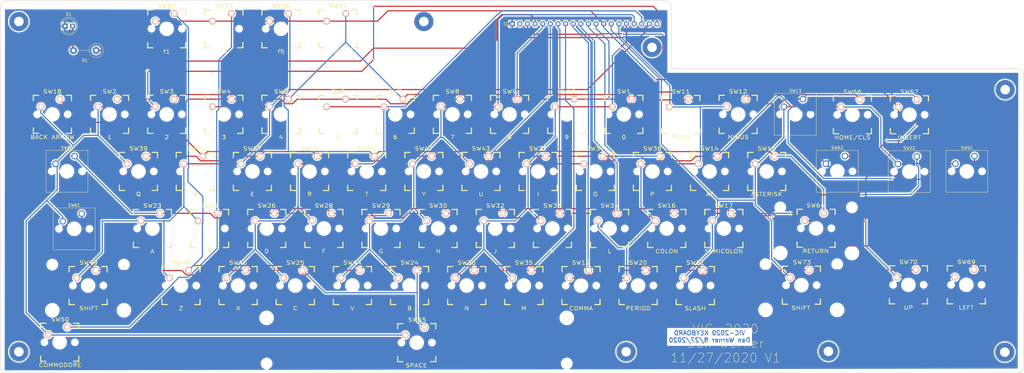
<source format=kicad_pcb>
(kicad_pcb (version 20171130) (host pcbnew "(5.1.5)-3")
  (layers (0 F.Cu signal) (31 B.Cu signal hide) (34 B.Paste user) (35 F.Paste user) (36 B.SilkS user) (37 F.SilkS user) (38 B.Mask user) (39 F.Mask user) (44 Edge.Cuts user))
  (net 0 "")
  (net 1 7)
  (net 2 E)
  (net 3 0)
  (net 4 A)
  (net 5 B)
  (net 6 C)
  (net 7 D)
  (net 8 F)
  (net 9 G)
  (net 10 6)
  (net 11 1)
  (net 12 5)
  (net 13 2)
  (net 14 3)
  (net 15 4)
  (net 16 H)
  (net 17 8)
  (net 18 I)
  (net 19 +5V)
  (net 20 "Net-(D1-Pad2)")
  (module Button_Switch_Keyboard:SW_Cherry_MX_1.50u_PCB (layer F.Cu) (at 316.9 138.4)
    (fp_text reference SW62 (at -2.54 -2.794) (layer F.SilkS))
    (fp_text value RESTORE)
    (pad "" np_thru_hole circle (at 2.54 5.08) (size 1.7 1.7) (drill 1.7) (layers *.Cu *.Mask))
    (pad "" np_thru_hole circle (at -7.62 5.08) (size 1.7 1.7) (drill 1.7) (layers *.Cu *.Mask))
    (pad "" np_thru_hole circle (at -2.54 5.08) (size 4 4) (drill 4) (layers *.Cu *.Mask))
    (pad 2 thru_hole circle (at -6.35 2.54) (size 2.2 2.2) (drill 1.5) (layers *.Cu *.Mask) (net 18 I))
    (pad 1 thru_hole circle (at 0 0) (size 2.2 2.2) (drill 1.5) (layers *.Cu *.Mask) (net 17 8))
  )
  (module Button_Switch_Keyboard:SW_Cherry_MX_1.75u_PCB (layer F.Cu) (at 62.5 157.6)
    (fp_text reference SW61 (at -2.54 -2.794) (layer F.SilkS))
    (fp_text value STOP)
    (pad "" np_thru_hole circle (at 2.54 5.08) (size 1.7 1.7) (drill 1.7) (layers *.Cu *.Mask))
    (pad "" np_thru_hole circle (at -7.62 5.08) (size 1.7 1.7) (drill 1.7) (layers *.Cu *.Mask))
    (pad "" np_thru_hole circle (at -2.54 5.08) (size 4 4) (drill 4) (layers *.Cu *.Mask))
    (pad 2 thru_hole circle (at -6.35 2.54) (size 2.2 2.2) (drill 1.5) (layers *.Cu *.Mask) (net 4 A))
    (pad 1 thru_hole circle (at 0 0) (size 2.2 2.2) (drill 1.5) (layers *.Cu *.Mask) (net 14 3))
  )
  (module Button_Switch_Keyboard:SW_Cherry_MX_1.50u_PCB (layer F.Cu) (at 60.1 138.4)
    (fp_text reference SW60 (at -2.54 -2.794) (layer F.SilkS))
    (fp_text value CONTROL)
    (pad "" np_thru_hole circle (at 2.54 5.08) (size 1.7 1.7) (drill 1.7) (layers *.Cu *.Mask))
    (pad "" np_thru_hole circle (at -7.62 5.08) (size 1.7 1.7) (drill 1.7) (layers *.Cu *.Mask))
    (pad "" np_thru_hole circle (at -2.54 5.08) (size 4 4) (drill 4) (layers *.Cu *.Mask))
    (pad 2 thru_hole circle (at -6.35 2.54) (size 2.2 2.2) (drill 1.5) (layers *.Cu *.Mask) (net 4 A))
    (pad 1 thru_hole circle (at 0 0) (size 2.2 2.2) (drill 1.5) (layers *.Cu *.Mask) (net 13 2))
  )
  (module Resistor_THT:R_Axial_DIN0414_L11.9mm_D4.5mm_P7.62mm_Vertical (layer F.Cu) (at 67.31 103.124 180)
    (fp_text reference R1 (at 3.81 -3.37) (layer F.SilkS))
    (fp_text value 330)
    (pad 2 thru_hole oval (at 7.62 0 180) (size 2.4 2.4) (drill 1.2) (layers *.Cu *.Mask) (net 20 "Net-(D1-Pad2)"))
    (pad 1 thru_hole circle (at 0 0 180) (size 2.4 2.4) (drill 1.2) (layers *.Cu *.Mask) (net 19 +5V))
  )
  (module LED_THT:LED_D5.0mm (layer F.Cu) (at 56.896 94.996)
    (fp_text reference D1 (at 1.27 -3.96) (layer F.SilkS))
    (fp_text value LED)
    (pad 2 thru_hole circle (at 2.54 0) (size 1.8 1.8) (drill 0.9) (layers *.Cu *.Mask) (net 20 "Net-(D1-Pad2)"))
    (pad 1 thru_hole rect (at 0 0) (size 1.8 1.8) (drill 0.9) (layers *.Cu *.Mask) (net 18 I))
  )
  (module MountingHole:MountingHole_3.2mm_M3_Pad (layer F.Cu) (at 176.53 93.472)
    (fp_text reference H8 hide)
    (fp_text value MountingHole)
    (pad 1 thru_hole circle (at 0 0) (size 6.4 6.4) (drill 3.2) (layers *.Cu *.Mask))
  )
  (module MountingHole:MountingHole_3.2mm_M3_Pad (layer F.Cu) (at 252.603 102.108)
    (fp_text reference H7 hide)
    (fp_text value MountingHole)
    (pad 1 thru_hole circle (at 0 0) (size 6.4 6.4) (drill 3.2) (layers *.Cu *.Mask))
  )
  (module MountingHole:MountingHole_3.2mm_M3_Pad (layer F.Cu) (at 41.529 203.708)
    (fp_text reference H6 hide)
    (fp_text value MountingHole)
    (pad 1 thru_hole circle (at 0 0) (size 6.4 6.4) (drill 3.2) (layers *.Cu *.Mask))
  )
  (module MountingHole:MountingHole_3.2mm_M3_Pad (layer F.Cu) (at 311.404 203.581)
    (fp_text reference H5 hide)
    (fp_text value MountingHole)
    (pad 1 thru_hole circle (at 0 0) (size 6.4 6.4) (drill 3.2) (layers *.Cu *.Mask))
  )
  (module MountingHole:MountingHole_3.2mm_M3_Pad (layer F.Cu) (at 41.529 93.472)
    (fp_text reference H4 hide)
    (fp_text value MountingHole)
    (pad 1 thru_hole circle (at 0 0) (size 6.4 6.4) (drill 3.2) (layers *.Cu *.Mask))
  )
  (module MountingHole:MountingHole_3.2mm_M3_Pad (layer F.Cu) (at 243.967 203.708)
    (fp_text reference H3 hide)
    (fp_text value MountingHole)
    (pad 1 thru_hole circle (at 0 0) (size 6.4 6.4) (drill 3.2) (layers *.Cu *.Mask))
  )
  (module MountingHole:MountingHole_3.2mm_M3_Pad (layer F.Cu) (at 370.205 203.835)
    (fp_text reference H2 hide)
    (fp_text value MountingHole)
    (pad 1 thru_hole circle (at 0 0) (size 6.4 6.4) (drill 3.2) (layers *.Cu *.Mask))
  )
  (module MountingHole:MountingHole_3.2mm_M3_Pad (layer F.Cu) (at 370.332 116.205)
    (fp_text reference H1 hide)
    (fp_text value MountingHole)
    (pad 1 thru_hole circle (at 0 0) (size 6.4 6.4) (drill 3.2) (layers *.Cu *.Mask))
  )
  (module Button_Switch_Keyboard:SW_Cherry_MX_1.00u_PCB (layer F.Cu) (at 302.895 119.38)
    (fp_text reference SW13 (at -2.54 -2.794) (layer F.SilkS))
    (fp_text value POUND)
    (pad "" np_thru_hole circle (at 2.54 5.08) (size 1.7 1.7) (drill 1.7) (layers *.Cu *.Mask))
    (pad "" np_thru_hole circle (at -7.62 5.08) (size 1.7 1.7) (drill 1.7) (layers *.Cu *.Mask))
    (pad "" np_thru_hole circle (at -2.54 5.08) (size 4 4) (drill 4) (layers *.Cu *.Mask))
    (pad 2 thru_hole circle (at -6.35 2.54) (size 2.2 2.2) (drill 1.5) (layers *.Cu *.Mask) (net 9 G))
    (pad 1 thru_hole circle (at 0 0) (size 2.2 2.2) (drill 1.5) (layers *.Cu *.Mask) (net 3 0))
  )
  (module Cherry_MX:CHERRY_PCB_100H (layer F.Cu) (at 319.405 124.587)
    (fp_text reference SW66 (at 0 -7.62) (layer F.SilkS) (effects (font (size 1.27 1.524) (thickness 0.2032))))
    (fp_text value HOME/CLS (at 0 7.62) (layer F.SilkS) (effects (font (size 1.27 1.524) (thickness 0.2032))))
    (pad 1 thru_hole circle (at 2.54 -5.08) (size 2.286 2.286) (drill 1.4986) (layers *.Cu *.SilkS *.Mask) (net 1 7))
    (pad 2 thru_hole circle (at -3.81 -2.54) (size 2.286 2.286) (drill 1.4986) (layers *.Cu *.SilkS *.Mask) (net 9 G))
    (pad HOLE np_thru_hole circle (at 0 0) (size 3.9878 3.9878) (drill 3.9878) (layers *.Cu))
    (pad HOLE np_thru_hole circle (at -5.08 0) (size 1.7018 1.7018) (drill 1.7018) (layers *.Cu))
    (pad HOLE np_thru_hole circle (at 5.08 0) (size 1.7018 1.7018) (drill 1.7018) (layers *.Cu))
  )
  (module Connector_PinHeader_2.54mm:PinHeader_1x20_P2.54mm_Vertical (layer F.Cu) (at 205.994 94.234 90)
    (fp_text reference J1 (at 0 -2.33 90) (layer F.SilkS))
    (fp_text value Conn_01x20_Male)
    (pad 20 thru_hole oval (at 0 48.26 90) (size 1.7 1.7) (drill 1) (layers *.Cu *.Mask) (net 4 A))
    (pad 19 thru_hole oval (at 0 45.72 90) (size 1.7 1.7) (drill 1) (layers *.Cu *.Mask) (net 5 B))
    (pad 18 thru_hole oval (at 0 43.18 90) (size 1.7 1.7) (drill 1) (layers *.Cu *.Mask) (net 6 C))
    (pad 17 thru_hole oval (at 0 40.64 90) (size 1.7 1.7) (drill 1) (layers *.Cu *.Mask) (net 7 D))
    (pad 16 thru_hole oval (at 0 38.1 90) (size 1.7 1.7) (drill 1) (layers *.Cu *.Mask) (net 2 E))
    (pad 15 thru_hole oval (at 0 35.56 90) (size 1.7 1.7) (drill 1) (layers *.Cu *.Mask) (net 8 F))
    (pad 14 thru_hole oval (at 0 33.02 90) (size 1.7 1.7) (drill 1) (layers *.Cu *.Mask) (net 9 G))
    (pad 13 thru_hole oval (at 0 30.48 90) (size 1.7 1.7) (drill 1) (layers *.Cu *.Mask) (net 16 H))
    (pad 12 thru_hole oval (at 0 27.94 90) (size 1.7 1.7) (drill 1) (layers *.Cu *.Mask) (net 3 0))
    (pad 11 thru_hole oval (at 0 25.4 90) (size 1.7 1.7) (drill 1) (layers *.Cu *.Mask) (net 11 1))
    (pad 10 thru_hole oval (at 0 22.86 90) (size 1.7 1.7) (drill 1) (layers *.Cu *.Mask) (net 13 2))
    (pad 9 thru_hole oval (at 0 20.32 90) (size 1.7 1.7) (drill 1) (layers *.Cu *.Mask) (net 14 3))
    (pad 8 thru_hole oval (at 0 17.78 90) (size 1.7 1.7) (drill 1) (layers *.Cu *.Mask) (net 15 4))
    (pad 7 thru_hole oval (at 0 15.24 90) (size 1.7 1.7) (drill 1) (layers *.Cu *.Mask) (net 12 5))
    (pad 6 thru_hole oval (at 0 12.7 90) (size 1.7 1.7) (drill 1) (layers *.Cu *.Mask) (net 10 6))
    (pad 5 thru_hole oval (at 0 10.16 90) (size 1.7 1.7) (drill 1) (layers *.Cu *.Mask) (net 1 7))
    (pad 4 thru_hole oval (at 0 7.62 90) (size 1.7 1.7) (drill 1) (layers *.Cu *.Mask) (net 19 +5V))
    (pad 3 thru_hole oval (at 0 5.08 90) (size 1.7 1.7) (drill 1) (layers *.Cu *.Mask) (net 17 8))
    (pad 2 thru_hole oval (at 0 2.54 90) (size 1.7 1.7) (drill 1) (layers *.Cu *.Mask))
    (pad 1 thru_hole rect (at 0 0 90) (size 1.7 1.7) (drill 1) (layers *.Cu *.Mask) (net 18 I))
  )
  (module Button_Switch_Keyboard:SW_Cherry_MX_1.00u_PCB (layer F.Cu) (at 360.1 138.4)
    (fp_text reference SW51 (at -2.54 -2.794) (layer F.SilkS))
    (fp_text value "UP ARROW")
    (pad "" np_thru_hole circle (at 2.54 5.08) (size 1.7 1.7) (drill 1.7) (layers *.Cu *.Mask))
    (pad "" np_thru_hole circle (at -7.62 5.08) (size 1.7 1.7) (drill 1.7) (layers *.Cu *.Mask))
    (pad "" np_thru_hole circle (at -2.54 5.08) (size 4 4) (drill 4) (layers *.Cu *.Mask))
    (pad 2 thru_hole circle (at -6.35 2.54) (size 2.2 2.2) (drill 1.5) (layers *.Cu *.Mask) (net 9 G))
    (pad 1 thru_hole circle (at 0 0) (size 2.2 2.2) (drill 1.5) (layers *.Cu *.Mask) (net 10 6))
  )
  (module Button_Switch_Keyboard:SW_Cherry_MX_1.00u_PCB (layer F.Cu) (at 340.9 138.5)
    (fp_text reference SW22 (at -2.54 -2.794) (layer F.SilkS))
    (fp_text value EQUALS)
    (pad "" np_thru_hole circle (at 2.54 5.08) (size 1.7 1.7) (drill 1.7) (layers *.Cu *.Mask))
    (pad "" np_thru_hole circle (at -7.62 5.08) (size 1.7 1.7) (drill 1.7) (layers *.Cu *.Mask))
    (pad "" np_thru_hole circle (at -2.54 5.08) (size 4 4) (drill 4) (layers *.Cu *.Mask))
    (pad 2 thru_hole circle (at -6.35 2.54) (size 2.2 2.2) (drill 1.5) (layers *.Cu *.Mask) (net 9 G))
    (pad 1 thru_hole circle (at 0 0) (size 2.2 2.2) (drill 1.5) (layers *.Cu *.Mask) (net 12 5))
  )
  (module Cherry_MX:CHERRY_PCB_100H (layer F.Cu) (at 243.205 124.46)
    (fp_text reference SW1 (at 0 -7.62) (layer F.SilkS) (effects (font (size 1.27 1.524) (thickness 0.2032))))
    (fp_text value 0 (at 0 7.62) (layer F.SilkS) (effects (font (size 1.27 1.524) (thickness 0.2032))))
    (pad 1 thru_hole circle (at 2.54 -5.08) (size 2.286 2.286) (drill 1.4986) (layers *.Cu *.SilkS *.Mask) (net 1 7))
    (pad 2 thru_hole circle (at -3.81 -2.54) (size 2.286 2.286) (drill 1.4986) (layers *.Cu *.SilkS *.Mask) (net 2 E))
    (pad HOLE np_thru_hole circle (at 0 0) (size 3.9878 3.9878) (drill 3.9878) (layers *.Cu))
    (pad HOLE np_thru_hole circle (at -5.08 0) (size 1.7018 1.7018) (drill 1.7018) (layers *.Cu))
    (pad HOLE np_thru_hole circle (at 5.08 0) (size 1.7018 1.7018) (drill 1.7018) (layers *.Cu))
  )
  (module Cherry_MX:CHERRY_PCB_100H (layer F.Cu) (at 71.755 124.46)
    (fp_text reference SW2 (at 0 -7.62) (layer F.SilkS) (effects (font (size 1.27 1.524) (thickness 0.2032))))
    (fp_text value 1 (at 0 7.62) (layer F.SilkS) (effects (font (size 1.27 1.524) (thickness 0.2032))))
    (pad 1 thru_hole circle (at 2.54 -5.08) (size 2.286 2.286) (drill 1.4986) (layers *.Cu *.SilkS *.Mask) (net 3 0))
    (pad 2 thru_hole circle (at -3.81 -2.54) (size 2.286 2.286) (drill 1.4986) (layers *.Cu *.SilkS *.Mask) (net 4 A))
    (pad HOLE np_thru_hole circle (at 0 0) (size 3.9878 3.9878) (drill 3.9878) (layers *.Cu))
    (pad HOLE np_thru_hole circle (at -5.08 0) (size 1.7018 1.7018) (drill 1.7018) (layers *.Cu))
    (pad HOLE np_thru_hole circle (at 5.08 0) (size 1.7018 1.7018) (drill 1.7018) (layers *.Cu))
  )
  (module Cherry_MX:CHERRY_PCB_100H (layer F.Cu) (at 90.805 124.46)
    (fp_text reference SW3 (at 0 -7.62) (layer F.SilkS) (effects (font (size 1.27 1.524) (thickness 0.2032))))
    (fp_text value 2 (at 0 7.62) (layer F.SilkS) (effects (font (size 1.27 1.524) (thickness 0.2032))))
    (pad 1 thru_hole circle (at 2.54 -5.08) (size 2.286 2.286) (drill 1.4986) (layers *.Cu *.SilkS *.Mask) (net 1 7))
    (pad 2 thru_hole circle (at -3.81 -2.54) (size 2.286 2.286) (drill 1.4986) (layers *.Cu *.SilkS *.Mask) (net 4 A))
    (pad HOLE np_thru_hole circle (at 0 0) (size 3.9878 3.9878) (drill 3.9878) (layers *.Cu))
    (pad HOLE np_thru_hole circle (at -5.08 0) (size 1.7018 1.7018) (drill 1.7018) (layers *.Cu))
    (pad HOLE np_thru_hole circle (at 5.08 0) (size 1.7018 1.7018) (drill 1.7018) (layers *.Cu))
  )
  (module Cherry_MX:CHERRY_PCB_100H (layer F.Cu) (at 109.855 124.46)
    (fp_text reference SW4 (at 0 -7.62) (layer F.SilkS) (effects (font (size 1.27 1.524) (thickness 0.2032))))
    (fp_text value 3 (at 0 7.62) (layer F.SilkS) (effects (font (size 1.27 1.524) (thickness 0.2032))))
    (pad 1 thru_hole circle (at 2.54 -5.08) (size 2.286 2.286) (drill 1.4986) (layers *.Cu *.SilkS *.Mask) (net 3 0))
    (pad 2 thru_hole circle (at -3.81 -2.54) (size 2.286 2.286) (drill 1.4986) (layers *.Cu *.SilkS *.Mask) (net 5 B))
    (pad HOLE np_thru_hole circle (at 0 0) (size 3.9878 3.9878) (drill 3.9878) (layers *.Cu))
    (pad HOLE np_thru_hole circle (at -5.08 0) (size 1.7018 1.7018) (drill 1.7018) (layers *.Cu))
    (pad HOLE np_thru_hole circle (at 5.08 0) (size 1.7018 1.7018) (drill 1.7018) (layers *.Cu))
  )
  (module Cherry_MX:CHERRY_PCB_100H (layer F.Cu) (at 128.905 124.46)
    (fp_text reference SW5 (at 0 -7.62) (layer F.SilkS) (effects (font (size 1.27 1.524) (thickness 0.2032))))
    (fp_text value 4 (at 0 7.62) (layer F.SilkS) (effects (font (size 1.27 1.524) (thickness 0.2032))))
    (pad 1 thru_hole circle (at 2.54 -5.08) (size 2.286 2.286) (drill 1.4986) (layers *.Cu *.SilkS *.Mask) (net 1 7))
    (pad 2 thru_hole circle (at -3.81 -2.54) (size 2.286 2.286) (drill 1.4986) (layers *.Cu *.SilkS *.Mask) (net 5 B))
    (pad HOLE np_thru_hole circle (at 0 0) (size 3.9878 3.9878) (drill 3.9878) (layers *.Cu))
    (pad HOLE np_thru_hole circle (at -5.08 0) (size 1.7018 1.7018) (drill 1.7018) (layers *.Cu))
    (pad HOLE np_thru_hole circle (at 5.08 0) (size 1.7018 1.7018) (drill 1.7018) (layers *.Cu))
  )
  (module Cherry_MX:CHERRY_PCB_100H (layer F.Cu) (at 147.955 124.46)
    (fp_text reference SW6 (at 0 -7.62) (layer F.SilkS) (effects (font (size 1.27 1.524) (thickness 0.2032))))
    (fp_text value 5 (at 0 7.62) (layer F.SilkS) (effects (font (size 1.27 1.524) (thickness 0.2032))))
    (pad 1 thru_hole circle (at 2.54 -5.08) (size 2.286 2.286) (drill 1.4986) (layers *.Cu *.SilkS *.Mask) (net 3 0))
    (pad 2 thru_hole circle (at -3.81 -2.54) (size 2.286 2.286) (drill 1.4986) (layers *.Cu *.SilkS *.Mask) (net 6 C))
    (pad HOLE np_thru_hole circle (at 0 0) (size 3.9878 3.9878) (drill 3.9878) (layers *.Cu))
    (pad HOLE np_thru_hole circle (at -5.08 0) (size 1.7018 1.7018) (drill 1.7018) (layers *.Cu))
    (pad HOLE np_thru_hole circle (at 5.08 0) (size 1.7018 1.7018) (drill 1.7018) (layers *.Cu))
  )
  (module Cherry_MX:CHERRY_PCB_100H (layer F.Cu) (at 167.005 124.46)
    (fp_text reference SW7 (at 0 -7.62) (layer F.SilkS) (effects (font (size 1.27 1.524) (thickness 0.2032))))
    (fp_text value 6 (at 0 7.62) (layer F.SilkS) (effects (font (size 1.27 1.524) (thickness 0.2032))))
    (pad 1 thru_hole circle (at 2.54 -5.08) (size 2.286 2.286) (drill 1.4986) (layers *.Cu *.SilkS *.Mask) (net 1 7))
    (pad 2 thru_hole circle (at -3.81 -2.54) (size 2.286 2.286) (drill 1.4986) (layers *.Cu *.SilkS *.Mask) (net 6 C))
    (pad HOLE np_thru_hole circle (at 0 0) (size 3.9878 3.9878) (drill 3.9878) (layers *.Cu))
    (pad HOLE np_thru_hole circle (at -5.08 0) (size 1.7018 1.7018) (drill 1.7018) (layers *.Cu))
    (pad HOLE np_thru_hole circle (at 5.08 0) (size 1.7018 1.7018) (drill 1.7018) (layers *.Cu))
  )
  (module Cherry_MX:CHERRY_PCB_100H (layer F.Cu) (at 186.055 124.46)
    (fp_text reference SW8 (at 0 -7.62) (layer F.SilkS) (effects (font (size 1.27 1.524) (thickness 0.2032))))
    (fp_text value 7 (at 0 7.62) (layer F.SilkS) (effects (font (size 1.27 1.524) (thickness 0.2032))))
    (pad 1 thru_hole circle (at 2.54 -5.08) (size 2.286 2.286) (drill 1.4986) (layers *.Cu *.SilkS *.Mask) (net 3 0))
    (pad 2 thru_hole circle (at -3.81 -2.54) (size 2.286 2.286) (drill 1.4986) (layers *.Cu *.SilkS *.Mask) (net 7 D))
    (pad HOLE np_thru_hole circle (at 0 0) (size 3.9878 3.9878) (drill 3.9878) (layers *.Cu))
    (pad HOLE np_thru_hole circle (at -5.08 0) (size 1.7018 1.7018) (drill 1.7018) (layers *.Cu))
    (pad HOLE np_thru_hole circle (at 5.08 0) (size 1.7018 1.7018) (drill 1.7018) (layers *.Cu))
  )
  (module Cherry_MX:CHERRY_PCB_100H (layer F.Cu) (at 205.105 124.46)
    (fp_text reference SW9 (at 0 -7.62) (layer F.SilkS) (effects (font (size 1.27 1.524) (thickness 0.2032))))
    (fp_text value 8 (at 0 7.62) (layer F.SilkS) (effects (font (size 1.27 1.524) (thickness 0.2032))))
    (pad 1 thru_hole circle (at 2.54 -5.08) (size 2.286 2.286) (drill 1.4986) (layers *.Cu *.SilkS *.Mask) (net 1 7))
    (pad 2 thru_hole circle (at -3.81 -2.54) (size 2.286 2.286) (drill 1.4986) (layers *.Cu *.SilkS *.Mask) (net 7 D))
    (pad HOLE np_thru_hole circle (at 0 0) (size 3.9878 3.9878) (drill 3.9878) (layers *.Cu))
    (pad HOLE np_thru_hole circle (at -5.08 0) (size 1.7018 1.7018) (drill 1.7018) (layers *.Cu))
    (pad HOLE np_thru_hole circle (at 5.08 0) (size 1.7018 1.7018) (drill 1.7018) (layers *.Cu))
  )
  (module Cherry_MX:CHERRY_PCB_100H (layer F.Cu) (at 224.155 124.46)
    (fp_text reference SW10 (at 0 -7.62) (layer F.SilkS) (effects (font (size 1.27 1.524) (thickness 0.2032))))
    (fp_text value 9 (at 0 7.62) (layer F.SilkS) (effects (font (size 1.27 1.524) (thickness 0.2032))))
    (pad 1 thru_hole circle (at 2.54 -5.08) (size 2.286 2.286) (drill 1.4986) (layers *.Cu *.SilkS *.Mask) (net 3 0))
    (pad 2 thru_hole circle (at -3.81 -2.54) (size 2.286 2.286) (drill 1.4986) (layers *.Cu *.SilkS *.Mask) (net 2 E))
    (pad HOLE np_thru_hole circle (at 0 0) (size 3.9878 3.9878) (drill 3.9878) (layers *.Cu))
    (pad HOLE np_thru_hole circle (at -5.08 0) (size 1.7018 1.7018) (drill 1.7018) (layers *.Cu))
    (pad HOLE np_thru_hole circle (at 5.08 0) (size 1.7018 1.7018) (drill 1.7018) (layers *.Cu))
  )
  (module Cherry_MX:CHERRY_PCB_100H (layer F.Cu) (at 262.2 124.5)
    (fp_text reference SW11 (at 0 -7.62) (layer F.SilkS) (effects (font (size 1.27 1.524) (thickness 0.2032))))
    (fp_text value PLUS (at 0 7.62) (layer F.SilkS) (effects (font (size 1.27 1.524) (thickness 0.2032))))
    (pad 1 thru_hole circle (at 2.54 -5.08) (size 2.286 2.286) (drill 1.4986) (layers *.Cu *.SilkS *.Mask) (net 3 0))
    (pad 2 thru_hole circle (at -3.81 -2.54) (size 2.286 2.286) (drill 1.4986) (layers *.Cu *.SilkS *.Mask) (net 8 F))
    (pad HOLE np_thru_hole circle (at 0 0) (size 3.9878 3.9878) (drill 3.9878) (layers *.Cu))
    (pad HOLE np_thru_hole circle (at -5.08 0) (size 1.7018 1.7018) (drill 1.7018) (layers *.Cu))
    (pad HOLE np_thru_hole circle (at 5.08 0) (size 1.7018 1.7018) (drill 1.7018) (layers *.Cu))
  )
  (module Cherry_MX:CHERRY_PCB_100H (layer F.Cu) (at 281.305 124.46)
    (fp_text reference SW12 (at 0 -7.62) (layer F.SilkS) (effects (font (size 1.27 1.524) (thickness 0.2032))))
    (fp_text value MINUS (at 0 7.62) (layer F.SilkS) (effects (font (size 1.27 1.524) (thickness 0.2032))))
    (pad 1 thru_hole circle (at 2.54 -5.08) (size 2.286 2.286) (drill 1.4986) (layers *.Cu *.SilkS *.Mask) (net 1 7))
    (pad 2 thru_hole circle (at -3.81 -2.54) (size 2.286 2.286) (drill 1.4986) (layers *.Cu *.SilkS *.Mask) (net 8 F))
    (pad HOLE np_thru_hole circle (at 0 0) (size 3.9878 3.9878) (drill 3.9878) (layers *.Cu))
    (pad HOLE np_thru_hole circle (at -5.08 0) (size 1.7018 1.7018) (drill 1.7018) (layers *.Cu))
    (pad HOLE np_thru_hole circle (at 5.08 0) (size 1.7018 1.7018) (drill 1.7018) (layers *.Cu))
  )
  (module Cherry_MX:CHERRY_PCB_100H (layer F.Cu) (at 271.78 143.51)
    (fp_text reference SW14 (at 0 -7.62) (layer F.SilkS) (effects (font (size 1.27 1.524) (thickness 0.2032))))
    (fp_text value AT (at 0 7.62) (layer F.SilkS) (effects (font (size 1.27 1.524) (thickness 0.2032))))
    (pad 1 thru_hole circle (at 2.54 -5.08) (size 2.286 2.286) (drill 1.4986) (layers *.Cu *.SilkS *.Mask) (net 10 6))
    (pad 2 thru_hole circle (at -3.81 -2.54) (size 2.286 2.286) (drill 1.4986) (layers *.Cu *.SilkS *.Mask) (net 8 F))
    (pad HOLE np_thru_hole circle (at 0 0) (size 3.9878 3.9878) (drill 3.9878) (layers *.Cu))
    (pad HOLE np_thru_hole circle (at -5.08 0) (size 1.7018 1.7018) (drill 1.7018) (layers *.Cu))
    (pad HOLE np_thru_hole circle (at 5.08 0) (size 1.7018 1.7018) (drill 1.7018) (layers *.Cu))
  )
  (module Cherry_MX:CHERRY_PCB_100H (layer F.Cu) (at 290.83 143.51)
    (fp_text reference SW15 (at 0 -7.62) (layer F.SilkS) (effects (font (size 1.27 1.524) (thickness 0.2032))))
    (fp_text value ASTERISK (at 0 7.62) (layer F.SilkS) (effects (font (size 1.27 1.524) (thickness 0.2032))))
    (pad 1 thru_hole circle (at 2.54 -5.08) (size 2.286 2.286) (drill 1.4986) (layers *.Cu *.SilkS *.Mask) (net 11 1))
    (pad 2 thru_hole circle (at -3.81 -2.54) (size 2.286 2.286) (drill 1.4986) (layers *.Cu *.SilkS *.Mask) (net 9 G))
    (pad HOLE np_thru_hole circle (at 0 0) (size 3.9878 3.9878) (drill 3.9878) (layers *.Cu))
    (pad HOLE np_thru_hole circle (at -5.08 0) (size 1.7018 1.7018) (drill 1.7018) (layers *.Cu))
    (pad HOLE np_thru_hole circle (at 5.08 0) (size 1.7018 1.7018) (drill 1.7018) (layers *.Cu))
  )
  (module Cherry_MX:CHERRY_PCB_100H (layer F.Cu) (at 257.492 162.56)
    (fp_text reference SW16 (at 0 -7.62) (layer F.SilkS) (effects (font (size 1.27 1.524) (thickness 0.2032))))
    (fp_text value COLON (at 0 7.62) (layer F.SilkS) (effects (font (size 1.27 1.524) (thickness 0.2032))))
    (pad 1 thru_hole circle (at 2.54 -5.08) (size 2.286 2.286) (drill 1.4986) (layers *.Cu *.SilkS *.Mask) (net 12 5))
    (pad 2 thru_hole circle (at -3.81 -2.54) (size 2.286 2.286) (drill 1.4986) (layers *.Cu *.SilkS *.Mask) (net 8 F))
    (pad HOLE np_thru_hole circle (at 0 0) (size 3.9878 3.9878) (drill 3.9878) (layers *.Cu))
    (pad HOLE np_thru_hole circle (at -5.08 0) (size 1.7018 1.7018) (drill 1.7018) (layers *.Cu))
    (pad HOLE np_thru_hole circle (at 5.08 0) (size 1.7018 1.7018) (drill 1.7018) (layers *.Cu))
  )
  (module Cherry_MX:CHERRY_PCB_100H (layer F.Cu) (at 276.542 162.56)
    (fp_text reference SW17 (at 0 -7.62) (layer F.SilkS) (effects (font (size 1.27 1.524) (thickness 0.2032))))
    (fp_text value SEMICOLON (at 0 7.62) (layer F.SilkS) (effects (font (size 1.27 1.524) (thickness 0.2032))))
    (pad 1 thru_hole circle (at 2.54 -5.08) (size 2.286 2.286) (drill 1.4986) (layers *.Cu *.SilkS *.Mask) (net 13 2))
    (pad 2 thru_hole circle (at -3.81 -2.54) (size 2.286 2.286) (drill 1.4986) (layers *.Cu *.SilkS *.Mask) (net 9 G))
    (pad HOLE np_thru_hole circle (at 0 0) (size 3.9878 3.9878) (drill 3.9878) (layers *.Cu))
    (pad HOLE np_thru_hole circle (at -5.08 0) (size 1.7018 1.7018) (drill 1.7018) (layers *.Cu))
    (pad HOLE np_thru_hole circle (at 5.08 0) (size 1.7018 1.7018) (drill 1.7018) (layers *.Cu))
  )
  (module Cherry_MX:CHERRY_PCB_100H (layer F.Cu) (at 52.705 124.46)
    (fp_text reference SW18 (at 0 -7.62) (layer F.SilkS) (effects (font (size 1.27 1.524) (thickness 0.2032))))
    (fp_text value "BACK ARROW" (at 0 7.62) (layer F.SilkS) (effects (font (size 1.27 1.524) (thickness 0.2032))))
    (pad 1 thru_hole circle (at 2.54 -5.08) (size 2.286 2.286) (drill 1.4986) (layers *.Cu *.SilkS *.Mask) (net 11 1))
    (pad 2 thru_hole circle (at -3.81 -2.54) (size 2.286 2.286) (drill 1.4986) (layers *.Cu *.SilkS *.Mask) (net 4 A))
    (pad HOLE np_thru_hole circle (at 0 0) (size 3.9878 3.9878) (drill 3.9878) (layers *.Cu))
    (pad HOLE np_thru_hole circle (at -5.08 0) (size 1.7018 1.7018) (drill 1.7018) (layers *.Cu))
    (pad HOLE np_thru_hole circle (at 5.08 0) (size 1.7018 1.7018) (drill 1.7018) (layers *.Cu))
  )
  (module Cherry_MX:CHERRY_PCB_100H (layer F.Cu) (at 228.918 181.61)
    (fp_text reference SW19 (at 0 -7.62) (layer F.SilkS) (effects (font (size 1.27 1.524) (thickness 0.2032))))
    (fp_text value COMMA (at 0 7.62) (layer F.SilkS) (effects (font (size 1.27 1.524) (thickness 0.2032))))
    (pad 1 thru_hole circle (at 2.54 -5.08) (size 2.286 2.286) (drill 1.4986) (layers *.Cu *.SilkS *.Mask) (net 14 3))
    (pad 2 thru_hole circle (at -3.81 -2.54) (size 2.286 2.286) (drill 1.4986) (layers *.Cu *.SilkS *.Mask) (net 8 F))
    (pad HOLE np_thru_hole circle (at 0 0) (size 3.9878 3.9878) (drill 3.9878) (layers *.Cu))
    (pad HOLE np_thru_hole circle (at -5.08 0) (size 1.7018 1.7018) (drill 1.7018) (layers *.Cu))
    (pad HOLE np_thru_hole circle (at 5.08 0) (size 1.7018 1.7018) (drill 1.7018) (layers *.Cu))
  )
  (module Cherry_MX:CHERRY_PCB_100H (layer F.Cu) (at 247.968 181.61)
    (fp_text reference SW20 (at 0 -7.62) (layer F.SilkS) (effects (font (size 1.27 1.524) (thickness 0.2032))))
    (fp_text value PERIOD (at 0 7.62) (layer F.SilkS) (effects (font (size 1.27 1.524) (thickness 0.2032))))
    (pad 1 thru_hole circle (at 2.54 -5.08) (size 2.286 2.286) (drill 1.4986) (layers *.Cu *.SilkS *.Mask) (net 15 4))
    (pad 2 thru_hole circle (at -3.81 -2.54) (size 2.286 2.286) (drill 1.4986) (layers *.Cu *.SilkS *.Mask) (net 8 F))
    (pad HOLE np_thru_hole circle (at 0 0) (size 3.9878 3.9878) (drill 3.9878) (layers *.Cu))
    (pad HOLE np_thru_hole circle (at -5.08 0) (size 1.7018 1.7018) (drill 1.7018) (layers *.Cu))
    (pad HOLE np_thru_hole circle (at 5.08 0) (size 1.7018 1.7018) (drill 1.7018) (layers *.Cu))
  )
  (module Cherry_MX:CHERRY_PCB_100H (layer F.Cu) (at 267.018 181.61)
    (fp_text reference SW21 (at 0 -7.62) (layer F.SilkS) (effects (font (size 1.27 1.524) (thickness 0.2032))))
    (fp_text value SLASH (at 0 7.62) (layer F.SilkS) (effects (font (size 1.27 1.524) (thickness 0.2032))))
    (pad 1 thru_hole circle (at 2.54 -5.08) (size 2.286 2.286) (drill 1.4986) (layers *.Cu *.SilkS *.Mask) (net 14 3))
    (pad 2 thru_hole circle (at -3.81 -2.54) (size 2.286 2.286) (drill 1.4986) (layers *.Cu *.SilkS *.Mask) (net 9 G))
    (pad HOLE np_thru_hole circle (at 0 0) (size 3.9878 3.9878) (drill 3.9878) (layers *.Cu))
    (pad HOLE np_thru_hole circle (at -5.08 0) (size 1.7018 1.7018) (drill 1.7018) (layers *.Cu))
    (pad HOLE np_thru_hole circle (at 5.08 0) (size 1.7018 1.7018) (drill 1.7018) (layers *.Cu))
  )
  (module Cherry_MX:CHERRY_PCB_100H (layer F.Cu) (at 86.0425 162.56)
    (fp_text reference SW23 (at 0 -7.62) (layer F.SilkS) (effects (font (size 1.27 1.524) (thickness 0.2032))))
    (fp_text value A (at 0 7.62) (layer F.SilkS) (effects (font (size 1.27 1.524) (thickness 0.2032))))
    (pad 1 thru_hole circle (at 2.54 -5.08) (size 2.286 2.286) (drill 1.4986) (layers *.Cu *.SilkS *.Mask) (net 13 2))
    (pad 2 thru_hole circle (at -3.81 -2.54) (size 2.286 2.286) (drill 1.4986) (layers *.Cu *.SilkS *.Mask) (net 5 B))
    (pad HOLE np_thru_hole circle (at 0 0) (size 3.9878 3.9878) (drill 3.9878) (layers *.Cu))
    (pad HOLE np_thru_hole circle (at -5.08 0) (size 1.7018 1.7018) (drill 1.7018) (layers *.Cu))
    (pad HOLE np_thru_hole circle (at 5.08 0) (size 1.7018 1.7018) (drill 1.7018) (layers *.Cu))
  )
  (module Cherry_MX:CHERRY_PCB_100H (layer F.Cu) (at 171.768 181.61)
    (fp_text reference SW24 (at 0 -7.62) (layer F.SilkS) (effects (font (size 1.27 1.524) (thickness 0.2032))))
    (fp_text value B (at 0 7.62) (layer F.SilkS) (effects (font (size 1.27 1.524) (thickness 0.2032))))
    (pad 1 thru_hole circle (at 2.54 -5.08) (size 2.286 2.286) (drill 1.4986) (layers *.Cu *.SilkS *.Mask) (net 15 4))
    (pad 2 thru_hole circle (at -3.81 -2.54) (size 2.286 2.286) (drill 1.4986) (layers *.Cu *.SilkS *.Mask) (net 7 D))
    (pad HOLE np_thru_hole circle (at 0 0) (size 3.9878 3.9878) (drill 3.9878) (layers *.Cu))
    (pad HOLE np_thru_hole circle (at -5.08 0) (size 1.7018 1.7018) (drill 1.7018) (layers *.Cu))
    (pad HOLE np_thru_hole circle (at 5.08 0) (size 1.7018 1.7018) (drill 1.7018) (layers *.Cu))
  )
  (module Cherry_MX:CHERRY_PCB_100H (layer F.Cu) (at 133.668 181.61)
    (fp_text reference SW25 (at 0 -7.62) (layer F.SilkS) (effects (font (size 1.27 1.524) (thickness 0.2032))))
    (fp_text value C (at 0 7.62) (layer F.SilkS) (effects (font (size 1.27 1.524) (thickness 0.2032))))
    (pad 1 thru_hole circle (at 2.54 -5.08) (size 2.286 2.286) (drill 1.4986) (layers *.Cu *.SilkS *.Mask) (net 15 4))
    (pad 2 thru_hole circle (at -3.81 -2.54) (size 2.286 2.286) (drill 1.4986) (layers *.Cu *.SilkS *.Mask) (net 6 C))
    (pad HOLE np_thru_hole circle (at 0 0) (size 3.9878 3.9878) (drill 3.9878) (layers *.Cu))
    (pad HOLE np_thru_hole circle (at -5.08 0) (size 1.7018 1.7018) (drill 1.7018) (layers *.Cu))
    (pad HOLE np_thru_hole circle (at 5.08 0) (size 1.7018 1.7018) (drill 1.7018) (layers *.Cu))
  )
  (module Cherry_MX:CHERRY_PCB_100H (layer F.Cu) (at 124.142 162.56)
    (fp_text reference SW26 (at 0 -7.62) (layer F.SilkS) (effects (font (size 1.27 1.524) (thickness 0.2032))))
    (fp_text value D (at 0 7.62) (layer F.SilkS) (effects (font (size 1.27 1.524) (thickness 0.2032))))
    (pad 1 thru_hole circle (at 2.54 -5.08) (size 2.286 2.286) (drill 1.4986) (layers *.Cu *.SilkS *.Mask) (net 13 2))
    (pad 2 thru_hole circle (at -3.81 -2.54) (size 2.286 2.286) (drill 1.4986) (layers *.Cu *.SilkS *.Mask) (net 6 C))
    (pad HOLE np_thru_hole circle (at 0 0) (size 3.9878 3.9878) (drill 3.9878) (layers *.Cu))
    (pad HOLE np_thru_hole circle (at -5.08 0) (size 1.7018 1.7018) (drill 1.7018) (layers *.Cu))
    (pad HOLE np_thru_hole circle (at 5.08 0) (size 1.7018 1.7018) (drill 1.7018) (layers *.Cu))
  )
  (module Cherry_MX:CHERRY_PCB_100H (layer F.Cu) (at 119.38 143.51)
    (fp_text reference SW27 (at 0 -7.62) (layer F.SilkS) (effects (font (size 1.27 1.524) (thickness 0.2032))))
    (fp_text value E (at 0 7.62) (layer F.SilkS) (effects (font (size 1.27 1.524) (thickness 0.2032))))
    (pad 1 thru_hole circle (at 2.54 -5.08) (size 2.286 2.286) (drill 1.4986) (layers *.Cu *.SilkS *.Mask) (net 10 6))
    (pad 2 thru_hole circle (at -3.81 -2.54) (size 2.286 2.286) (drill 1.4986) (layers *.Cu *.SilkS *.Mask) (net 5 B))
    (pad HOLE np_thru_hole circle (at 0 0) (size 3.9878 3.9878) (drill 3.9878) (layers *.Cu))
    (pad HOLE np_thru_hole circle (at -5.08 0) (size 1.7018 1.7018) (drill 1.7018) (layers *.Cu))
    (pad HOLE np_thru_hole circle (at 5.08 0) (size 1.7018 1.7018) (drill 1.7018) (layers *.Cu))
  )
  (module Cherry_MX:CHERRY_PCB_100H (layer F.Cu) (at 143.192 162.56)
    (fp_text reference SW28 (at 0 -7.62) (layer F.SilkS) (effects (font (size 1.27 1.524) (thickness 0.2032))))
    (fp_text value F (at 0 7.62) (layer F.SilkS) (effects (font (size 1.27 1.524) (thickness 0.2032))))
    (pad 1 thru_hole circle (at 2.54 -5.08) (size 2.286 2.286) (drill 1.4986) (layers *.Cu *.SilkS *.Mask) (net 12 5))
    (pad 2 thru_hole circle (at -3.81 -2.54) (size 2.286 2.286) (drill 1.4986) (layers *.Cu *.SilkS *.Mask) (net 6 C))
    (pad HOLE np_thru_hole circle (at 0 0) (size 3.9878 3.9878) (drill 3.9878) (layers *.Cu))
    (pad HOLE np_thru_hole circle (at -5.08 0) (size 1.7018 1.7018) (drill 1.7018) (layers *.Cu))
    (pad HOLE np_thru_hole circle (at 5.08 0) (size 1.7018 1.7018) (drill 1.7018) (layers *.Cu))
  )
  (module Cherry_MX:CHERRY_PCB_100H (layer F.Cu) (at 162.242 162.56)
    (fp_text reference SW29 (at 0 -7.62) (layer F.SilkS) (effects (font (size 1.27 1.524) (thickness 0.2032))))
    (fp_text value G (at 0 7.62) (layer F.SilkS) (effects (font (size 1.27 1.524) (thickness 0.2032))))
    (pad 1 thru_hole circle (at 2.54 -5.08) (size 2.286 2.286) (drill 1.4986) (layers *.Cu *.SilkS *.Mask) (net 13 2))
    (pad 2 thru_hole circle (at -3.81 -2.54) (size 2.286 2.286) (drill 1.4986) (layers *.Cu *.SilkS *.Mask) (net 7 D))
    (pad HOLE np_thru_hole circle (at 0 0) (size 3.9878 3.9878) (drill 3.9878) (layers *.Cu))
    (pad HOLE np_thru_hole circle (at -5.08 0) (size 1.7018 1.7018) (drill 1.7018) (layers *.Cu))
    (pad HOLE np_thru_hole circle (at 5.08 0) (size 1.7018 1.7018) (drill 1.7018) (layers *.Cu))
  )
  (module Cherry_MX:CHERRY_PCB_100H (layer F.Cu) (at 181.292 162.56)
    (fp_text reference SW30 (at 0 -7.62) (layer F.SilkS) (effects (font (size 1.27 1.524) (thickness 0.2032))))
    (fp_text value H (at 0 7.62) (layer F.SilkS) (effects (font (size 1.27 1.524) (thickness 0.2032))))
    (pad 1 thru_hole circle (at 2.54 -5.08) (size 2.286 2.286) (drill 1.4986) (layers *.Cu *.SilkS *.Mask) (net 12 5))
    (pad 2 thru_hole circle (at -3.81 -2.54) (size 2.286 2.286) (drill 1.4986) (layers *.Cu *.SilkS *.Mask) (net 7 D))
    (pad HOLE np_thru_hole circle (at 0 0) (size 3.9878 3.9878) (drill 3.9878) (layers *.Cu))
    (pad HOLE np_thru_hole circle (at -5.08 0) (size 1.7018 1.7018) (drill 1.7018) (layers *.Cu))
    (pad HOLE np_thru_hole circle (at 5.08 0) (size 1.7018 1.7018) (drill 1.7018) (layers *.Cu))
  )
  (module Cherry_MX:CHERRY_PCB_100H (layer F.Cu) (at 214.63 143.51)
    (fp_text reference SW31 (at 0 -7.62) (layer F.SilkS) (effects (font (size 1.27 1.524) (thickness 0.2032))))
    (fp_text value I (at 0 7.62) (layer F.SilkS) (effects (font (size 1.27 1.524) (thickness 0.2032))))
    (pad 1 thru_hole circle (at 2.54 -5.08) (size 2.286 2.286) (drill 1.4986) (layers *.Cu *.SilkS *.Mask) (net 11 1))
    (pad 2 thru_hole circle (at -3.81 -2.54) (size 2.286 2.286) (drill 1.4986) (layers *.Cu *.SilkS *.Mask) (net 2 E))
    (pad HOLE np_thru_hole circle (at 0 0) (size 3.9878 3.9878) (drill 3.9878) (layers *.Cu))
    (pad HOLE np_thru_hole circle (at -5.08 0) (size 1.7018 1.7018) (drill 1.7018) (layers *.Cu))
    (pad HOLE np_thru_hole circle (at 5.08 0) (size 1.7018 1.7018) (drill 1.7018) (layers *.Cu))
  )
  (module Cherry_MX:CHERRY_PCB_100H (layer F.Cu) (at 200.342 162.56)
    (fp_text reference SW32 (at 0 -7.62) (layer F.SilkS) (effects (font (size 1.27 1.524) (thickness 0.2032))))
    (fp_text value J (at 0 7.62) (layer F.SilkS) (effects (font (size 1.27 1.524) (thickness 0.2032))))
    (pad 1 thru_hole circle (at 2.54 -5.08) (size 2.286 2.286) (drill 1.4986) (layers *.Cu *.SilkS *.Mask) (net 13 2))
    (pad 2 thru_hole circle (at -3.81 -2.54) (size 2.286 2.286) (drill 1.4986) (layers *.Cu *.SilkS *.Mask) (net 2 E))
    (pad HOLE np_thru_hole circle (at 0 0) (size 3.9878 3.9878) (drill 3.9878) (layers *.Cu))
    (pad HOLE np_thru_hole circle (at -5.08 0) (size 1.7018 1.7018) (drill 1.7018) (layers *.Cu))
    (pad HOLE np_thru_hole circle (at 5.08 0) (size 1.7018 1.7018) (drill 1.7018) (layers *.Cu))
  )
  (module Cherry_MX:CHERRY_PCB_100H (layer F.Cu) (at 219.392 162.56)
    (fp_text reference SW33 (at 0 -7.62) (layer F.SilkS) (effects (font (size 1.27 1.524) (thickness 0.2032))))
    (fp_text value K (at 0 7.62) (layer F.SilkS) (effects (font (size 1.27 1.524) (thickness 0.2032))))
    (pad 1 thru_hole circle (at 2.54 -5.08) (size 2.286 2.286) (drill 1.4986) (layers *.Cu *.SilkS *.Mask) (net 12 5))
    (pad 2 thru_hole circle (at -3.81 -2.54) (size 2.286 2.286) (drill 1.4986) (layers *.Cu *.SilkS *.Mask) (net 2 E))
    (pad HOLE np_thru_hole circle (at 0 0) (size 3.9878 3.9878) (drill 3.9878) (layers *.Cu))
    (pad HOLE np_thru_hole circle (at -5.08 0) (size 1.7018 1.7018) (drill 1.7018) (layers *.Cu))
    (pad HOLE np_thru_hole circle (at 5.08 0) (size 1.7018 1.7018) (drill 1.7018) (layers *.Cu))
  )
  (module Cherry_MX:CHERRY_PCB_100H (layer F.Cu) (at 238.442 162.56)
    (fp_text reference SW34 (at 0 -7.62) (layer F.SilkS) (effects (font (size 1.27 1.524) (thickness 0.2032))))
    (fp_text value L (at 0 7.62) (layer F.SilkS) (effects (font (size 1.27 1.524) (thickness 0.2032))))
    (pad 1 thru_hole circle (at 2.54 -5.08) (size 2.286 2.286) (drill 1.4986) (layers *.Cu *.SilkS *.Mask) (net 13 2))
    (pad 2 thru_hole circle (at -3.81 -2.54) (size 2.286 2.286) (drill 1.4986) (layers *.Cu *.SilkS *.Mask) (net 8 F))
    (pad HOLE np_thru_hole circle (at 0 0) (size 3.9878 3.9878) (drill 3.9878) (layers *.Cu))
    (pad HOLE np_thru_hole circle (at -5.08 0) (size 1.7018 1.7018) (drill 1.7018) (layers *.Cu))
    (pad HOLE np_thru_hole circle (at 5.08 0) (size 1.7018 1.7018) (drill 1.7018) (layers *.Cu))
  )
  (module Cherry_MX:CHERRY_PCB_100H (layer F.Cu) (at 209.868 181.61)
    (fp_text reference SW35 (at 0 -7.62) (layer F.SilkS) (effects (font (size 1.27 1.524) (thickness 0.2032))))
    (fp_text value M (at 0 7.62) (layer F.SilkS) (effects (font (size 1.27 1.524) (thickness 0.2032))))
    (pad 1 thru_hole circle (at 2.54 -5.08) (size 2.286 2.286) (drill 1.4986) (layers *.Cu *.SilkS *.Mask) (net 15 4))
    (pad 2 thru_hole circle (at -3.81 -2.54) (size 2.286 2.286) (drill 1.4986) (layers *.Cu *.SilkS *.Mask) (net 2 E))
    (pad HOLE np_thru_hole circle (at 0 0) (size 3.9878 3.9878) (drill 3.9878) (layers *.Cu))
    (pad HOLE np_thru_hole circle (at -5.08 0) (size 1.7018 1.7018) (drill 1.7018) (layers *.Cu))
    (pad HOLE np_thru_hole circle (at 5.08 0) (size 1.7018 1.7018) (drill 1.7018) (layers *.Cu))
  )
  (module Cherry_MX:CHERRY_PCB_100H (layer F.Cu) (at 190.818 181.61)
    (fp_text reference SW36 (at 0 -7.62) (layer F.SilkS) (effects (font (size 1.27 1.524) (thickness 0.2032))))
    (fp_text value N (at 0 7.62) (layer F.SilkS) (effects (font (size 1.27 1.524) (thickness 0.2032))))
    (pad 1 thru_hole circle (at 2.54 -5.08) (size 2.286 2.286) (drill 1.4986) (layers *.Cu *.SilkS *.Mask) (net 14 3))
    (pad 2 thru_hole circle (at -3.81 -2.54) (size 2.286 2.286) (drill 1.4986) (layers *.Cu *.SilkS *.Mask) (net 2 E))
    (pad HOLE np_thru_hole circle (at 0 0) (size 3.9878 3.9878) (drill 3.9878) (layers *.Cu))
    (pad HOLE np_thru_hole circle (at -5.08 0) (size 1.7018 1.7018) (drill 1.7018) (layers *.Cu))
    (pad HOLE np_thru_hole circle (at 5.08 0) (size 1.7018 1.7018) (drill 1.7018) (layers *.Cu))
  )
  (module Cherry_MX:CHERRY_PCB_100H (layer F.Cu) (at 233.68 143.51)
    (fp_text reference SW37 (at 0 -7.62) (layer F.SilkS) (effects (font (size 1.27 1.524) (thickness 0.2032))))
    (fp_text value O (at 0 7.62) (layer F.SilkS) (effects (font (size 1.27 1.524) (thickness 0.2032))))
    (pad 1 thru_hole circle (at 2.54 -5.08) (size 2.286 2.286) (drill 1.4986) (layers *.Cu *.SilkS *.Mask) (net 10 6))
    (pad 2 thru_hole circle (at -3.81 -2.54) (size 2.286 2.286) (drill 1.4986) (layers *.Cu *.SilkS *.Mask) (net 2 E))
    (pad HOLE np_thru_hole circle (at 0 0) (size 3.9878 3.9878) (drill 3.9878) (layers *.Cu))
    (pad HOLE np_thru_hole circle (at -5.08 0) (size 1.7018 1.7018) (drill 1.7018) (layers *.Cu))
    (pad HOLE np_thru_hole circle (at 5.08 0) (size 1.7018 1.7018) (drill 1.7018) (layers *.Cu))
  )
  (module Cherry_MX:CHERRY_PCB_100H (layer F.Cu) (at 252.73 143.51)
    (fp_text reference SW38 (at 0 -7.62) (layer F.SilkS) (effects (font (size 1.27 1.524) (thickness 0.2032))))
    (fp_text value P (at 0 7.62) (layer F.SilkS) (effects (font (size 1.27 1.524) (thickness 0.2032))))
    (pad 1 thru_hole circle (at 2.54 -5.08) (size 2.286 2.286) (drill 1.4986) (layers *.Cu *.SilkS *.Mask) (net 11 1))
    (pad 2 thru_hole circle (at -3.81 -2.54) (size 2.286 2.286) (drill 1.4986) (layers *.Cu *.SilkS *.Mask) (net 8 F))
    (pad HOLE np_thru_hole circle (at 0 0) (size 3.9878 3.9878) (drill 3.9878) (layers *.Cu))
    (pad HOLE np_thru_hole circle (at -5.08 0) (size 1.7018 1.7018) (drill 1.7018) (layers *.Cu))
    (pad HOLE np_thru_hole circle (at 5.08 0) (size 1.7018 1.7018) (drill 1.7018) (layers *.Cu))
  )
  (module Cherry_MX:CHERRY_PCB_100H (layer F.Cu) (at 81.4 143.5)
    (fp_text reference SW39 (at 0 -7.62) (layer F.SilkS) (effects (font (size 1.27 1.524) (thickness 0.2032))))
    (fp_text value Q (at 0 7.62) (layer F.SilkS) (effects (font (size 1.27 1.524) (thickness 0.2032))))
    (pad 1 thru_hole circle (at 2.54 -5.08) (size 2.286 2.286) (drill 1.4986) (layers *.Cu *.SilkS *.Mask) (net 10 6))
    (pad 2 thru_hole circle (at -3.81 -2.54) (size 2.286 2.286) (drill 1.4986) (layers *.Cu *.SilkS *.Mask) (net 4 A))
    (pad HOLE np_thru_hole circle (at 0 0) (size 3.9878 3.9878) (drill 3.9878) (layers *.Cu))
    (pad HOLE np_thru_hole circle (at -5.08 0) (size 1.7018 1.7018) (drill 1.7018) (layers *.Cu))
    (pad HOLE np_thru_hole circle (at 5.08 0) (size 1.7018 1.7018) (drill 1.7018) (layers *.Cu))
  )
  (module Cherry_MX:CHERRY_PCB_100H (layer F.Cu) (at 138.43 143.51)
    (fp_text reference SW40 (at 0 -7.62) (layer F.SilkS) (effects (font (size 1.27 1.524) (thickness 0.2032))))
    (fp_text value R (at 0 7.62) (layer F.SilkS) (effects (font (size 1.27 1.524) (thickness 0.2032))))
    (pad 1 thru_hole circle (at 2.54 -5.08) (size 2.286 2.286) (drill 1.4986) (layers *.Cu *.SilkS *.Mask) (net 11 1))
    (pad 2 thru_hole circle (at -3.81 -2.54) (size 2.286 2.286) (drill 1.4986) (layers *.Cu *.SilkS *.Mask) (net 6 C))
    (pad HOLE np_thru_hole circle (at 0 0) (size 3.9878 3.9878) (drill 3.9878) (layers *.Cu))
    (pad HOLE np_thru_hole circle (at -5.08 0) (size 1.7018 1.7018) (drill 1.7018) (layers *.Cu))
    (pad HOLE np_thru_hole circle (at 5.08 0) (size 1.7018 1.7018) (drill 1.7018) (layers *.Cu))
  )
  (module Cherry_MX:CHERRY_PCB_100H (layer F.Cu) (at 105.092 162.56)
    (fp_text reference SW41 (at 0 -7.62) (layer F.SilkS) (effects (font (size 1.27 1.524) (thickness 0.2032))))
    (fp_text value S (at 0 7.62) (layer F.SilkS) (effects (font (size 1.27 1.524) (thickness 0.2032))))
    (pad 1 thru_hole circle (at 2.54 -5.08) (size 2.286 2.286) (drill 1.4986) (layers *.Cu *.SilkS *.Mask) (net 12 5))
    (pad 2 thru_hole circle (at -3.81 -2.54) (size 2.286 2.286) (drill 1.4986) (layers *.Cu *.SilkS *.Mask) (net 5 B))
    (pad HOLE np_thru_hole circle (at 0 0) (size 3.9878 3.9878) (drill 3.9878) (layers *.Cu))
    (pad HOLE np_thru_hole circle (at -5.08 0) (size 1.7018 1.7018) (drill 1.7018) (layers *.Cu))
    (pad HOLE np_thru_hole circle (at 5.08 0) (size 1.7018 1.7018) (drill 1.7018) (layers *.Cu))
  )
  (module Cherry_MX:CHERRY_PCB_100H (layer F.Cu) (at 157.48 143.51)
    (fp_text reference SW42 (at 0 -7.62) (layer F.SilkS) (effects (font (size 1.27 1.524) (thickness 0.2032))))
    (fp_text value T (at 0 7.62) (layer F.SilkS) (effects (font (size 1.27 1.524) (thickness 0.2032))))
    (pad 1 thru_hole circle (at 2.54 -5.08) (size 2.286 2.286) (drill 1.4986) (layers *.Cu *.SilkS *.Mask) (net 10 6))
    (pad 2 thru_hole circle (at -3.81 -2.54) (size 2.286 2.286) (drill 1.4986) (layers *.Cu *.SilkS *.Mask) (net 6 C))
    (pad HOLE np_thru_hole circle (at 0 0) (size 3.9878 3.9878) (drill 3.9878) (layers *.Cu))
    (pad HOLE np_thru_hole circle (at -5.08 0) (size 1.7018 1.7018) (drill 1.7018) (layers *.Cu))
    (pad HOLE np_thru_hole circle (at 5.08 0) (size 1.7018 1.7018) (drill 1.7018) (layers *.Cu))
  )
  (module Cherry_MX:CHERRY_PCB_100H (layer F.Cu) (at 195.58 143.51)
    (fp_text reference SW43 (at 0 -7.62) (layer F.SilkS) (effects (font (size 1.27 1.524) (thickness 0.2032))))
    (fp_text value U (at 0 7.62) (layer F.SilkS) (effects (font (size 1.27 1.524) (thickness 0.2032))))
    (pad 1 thru_hole circle (at 2.54 -5.08) (size 2.286 2.286) (drill 1.4986) (layers *.Cu *.SilkS *.Mask) (net 10 6))
    (pad 2 thru_hole circle (at -3.81 -2.54) (size 2.286 2.286) (drill 1.4986) (layers *.Cu *.SilkS *.Mask) (net 7 D))
    (pad HOLE np_thru_hole circle (at 0 0) (size 3.9878 3.9878) (drill 3.9878) (layers *.Cu))
    (pad HOLE np_thru_hole circle (at -5.08 0) (size 1.7018 1.7018) (drill 1.7018) (layers *.Cu))
    (pad HOLE np_thru_hole circle (at 5.08 0) (size 1.7018 1.7018) (drill 1.7018) (layers *.Cu))
  )
  (module Cherry_MX:CHERRY_PCB_100H (layer F.Cu) (at 152.718 181.61)
    (fp_text reference SW44 (at 0 -7.62) (layer F.SilkS) (effects (font (size 1.27 1.524) (thickness 0.2032))))
    (fp_text value V (at 0 7.62) (layer F.SilkS) (effects (font (size 1.27 1.524) (thickness 0.2032))))
    (pad 1 thru_hole circle (at 2.54 -5.08) (size 2.286 2.286) (drill 1.4986) (layers *.Cu *.SilkS *.Mask) (net 14 3))
    (pad 2 thru_hole circle (at -3.81 -2.54) (size 2.286 2.286) (drill 1.4986) (layers *.Cu *.SilkS *.Mask) (net 7 D))
    (pad HOLE np_thru_hole circle (at 0 0) (size 3.9878 3.9878) (drill 3.9878) (layers *.Cu))
    (pad HOLE np_thru_hole circle (at -5.08 0) (size 1.7018 1.7018) (drill 1.7018) (layers *.Cu))
    (pad HOLE np_thru_hole circle (at 5.08 0) (size 1.7018 1.7018) (drill 1.7018) (layers *.Cu))
  )
  (module Cherry_MX:CHERRY_PCB_100H (layer F.Cu) (at 100.33 143.51)
    (fp_text reference SW45 (at 0 -7.62) (layer F.SilkS) (effects (font (size 1.27 1.524) (thickness 0.2032))))
    (fp_text value W (at 0 7.62) (layer F.SilkS) (effects (font (size 1.27 1.524) (thickness 0.2032))))
    (pad 1 thru_hole circle (at 2.54 -5.08) (size 2.286 2.286) (drill 1.4986) (layers *.Cu *.SilkS *.Mask) (net 11 1))
    (pad 2 thru_hole circle (at -3.81 -2.54) (size 2.286 2.286) (drill 1.4986) (layers *.Cu *.SilkS *.Mask) (net 5 B))
    (pad HOLE np_thru_hole circle (at 0 0) (size 3.9878 3.9878) (drill 3.9878) (layers *.Cu))
    (pad HOLE np_thru_hole circle (at -5.08 0) (size 1.7018 1.7018) (drill 1.7018) (layers *.Cu))
    (pad HOLE np_thru_hole circle (at 5.08 0) (size 1.7018 1.7018) (drill 1.7018) (layers *.Cu))
  )
  (module Cherry_MX:CHERRY_PCB_100H (layer F.Cu) (at 114.618 181.61)
    (fp_text reference SW46 (at 0 -7.62) (layer F.SilkS) (effects (font (size 1.27 1.524) (thickness 0.2032))))
    (fp_text value X (at 0 7.62) (layer F.SilkS) (effects (font (size 1.27 1.524) (thickness 0.2032))))
    (pad 1 thru_hole circle (at 2.54 -5.08) (size 2.286 2.286) (drill 1.4986) (layers *.Cu *.SilkS *.Mask) (net 14 3))
    (pad 2 thru_hole circle (at -3.81 -2.54) (size 2.286 2.286) (drill 1.4986) (layers *.Cu *.SilkS *.Mask) (net 6 C))
    (pad HOLE np_thru_hole circle (at 0 0) (size 3.9878 3.9878) (drill 3.9878) (layers *.Cu))
    (pad HOLE np_thru_hole circle (at -5.08 0) (size 1.7018 1.7018) (drill 1.7018) (layers *.Cu))
    (pad HOLE np_thru_hole circle (at 5.08 0) (size 1.7018 1.7018) (drill 1.7018) (layers *.Cu))
  )
  (module Cherry_MX:CHERRY_PCB_100H (layer F.Cu) (at 176.53 143.51)
    (fp_text reference SW47 (at 0 -7.62) (layer F.SilkS) (effects (font (size 1.27 1.524) (thickness 0.2032))))
    (fp_text value Y (at 0 7.62) (layer F.SilkS) (effects (font (size 1.27 1.524) (thickness 0.2032))))
    (pad 1 thru_hole circle (at 2.54 -5.08) (size 2.286 2.286) (drill 1.4986) (layers *.Cu *.SilkS *.Mask) (net 11 1))
    (pad 2 thru_hole circle (at -3.81 -2.54) (size 2.286 2.286) (drill 1.4986) (layers *.Cu *.SilkS *.Mask) (net 7 D))
    (pad HOLE np_thru_hole circle (at 0 0) (size 3.9878 3.9878) (drill 3.9878) (layers *.Cu))
    (pad HOLE np_thru_hole circle (at -5.08 0) (size 1.7018 1.7018) (drill 1.7018) (layers *.Cu))
    (pad HOLE np_thru_hole circle (at 5.08 0) (size 1.7018 1.7018) (drill 1.7018) (layers *.Cu))
  )
  (module Cherry_MX:CHERRY_PCB_100H (layer F.Cu) (at 95.5675 181.61)
    (fp_text reference SW48 (at 0 -7.62) (layer F.SilkS) (effects (font (size 1.27 1.524) (thickness 0.2032))))
    (fp_text value Z (at 0 7.62) (layer F.SilkS) (effects (font (size 1.27 1.524) (thickness 0.2032))))
    (pad 1 thru_hole circle (at 2.54 -5.08) (size 2.286 2.286) (drill 1.4986) (layers *.Cu *.SilkS *.Mask) (net 15 4))
    (pad 2 thru_hole circle (at -3.81 -2.54) (size 2.286 2.286) (drill 1.4986) (layers *.Cu *.SilkS *.Mask) (net 5 B))
    (pad HOLE np_thru_hole circle (at 0 0) (size 3.9878 3.9878) (drill 3.9878) (layers *.Cu))
    (pad HOLE np_thru_hole circle (at -5.08 0) (size 1.7018 1.7018) (drill 1.7018) (layers *.Cu))
    (pad HOLE np_thru_hole circle (at 5.08 0) (size 1.7018 1.7018) (drill 1.7018) (layers *.Cu))
  )
  (module Cherry_MX:CHERRY_PCB_225H (layer F.Cu) (at 64.6112 181.61)
    (fp_text reference SW49 (at 0.15875 -7.62) (layer F.SilkS) (effects (font (size 1.27 1.524) (thickness 0.2032))))
    (fp_text value SHIFT (at 0.15875 7.62) (layer F.SilkS) (effects (font (size 1.27 1.524) (thickness 0.2032))))
    (pad 1 thru_hole circle (at 2.54 -5.08) (size 2.286 2.286) (drill 1.4986) (layers *.Cu *.SilkS *.Mask) (net 14 3))
    (pad 2 thru_hole circle (at -3.81 -2.54) (size 2.286 2.286) (drill 1.4986) (layers *.Cu *.SilkS *.Mask) (net 5 B))
    (pad HOLE np_thru_hole circle (at 0 0) (size 3.9878 3.9878) (drill 3.9878) (layers *.Cu))
    (pad HOLE np_thru_hole circle (at -5.08 0) (size 1.7018 1.7018) (drill 1.7018) (layers *.Cu))
    (pad HOLE np_thru_hole circle (at 5.08 0) (size 1.7018 1.7018) (drill 1.7018) (layers *.Cu))
    (pad HOLE np_thru_hole circle (at -11.938 -6.985) (size 3.048 3.048) (drill 3.048) (layers *.Cu))
    (pad HOLE np_thru_hole circle (at 11.938 -6.985) (size 3.048 3.048) (drill 3.048) (layers *.Cu))
    (pad HOLE np_thru_hole circle (at -11.938 8.255) (size 3.9878 3.9878) (drill 3.9878) (layers *.Cu))
    (pad HOLE np_thru_hole circle (at 11.938 8.255) (size 3.9878 3.9878) (drill 3.9878) (layers *.Cu))
  )
  (module Cherry_MX:CHERRY_PCB_125H (layer F.Cu) (at 55.118 200.533)
    (fp_text reference SW50 (at 0.15875 -7.62) (layer F.SilkS) (effects (font (size 1.27 1.524) (thickness 0.2032))))
    (fp_text value COMMODORE (at 0.15875 7.62) (layer F.SilkS) (effects (font (size 1.27 1.524) (thickness 0.2032))))
    (pad 1 thru_hole circle (at 2.54 -5.08) (size 2.286 2.286) (drill 1.4986) (layers *.Cu *.SilkS *.Mask) (net 12 5))
    (pad 2 thru_hole circle (at -3.81 -2.54) (size 2.286 2.286) (drill 1.4986) (layers *.Cu *.SilkS *.Mask) (net 4 A))
    (pad HOLE np_thru_hole circle (at 0 0) (size 3.9878 3.9878) (drill 3.9878) (layers *.Cu))
    (pad HOLE np_thru_hole circle (at -5.08 0) (size 1.7018 1.7018) (drill 1.7018) (layers *.Cu))
    (pad HOLE np_thru_hole circle (at 5.08 0) (size 1.7018 1.7018) (drill 1.7018) (layers *.Cu))
  )
  (module Cherry_MX:CHERRY_PCB_100H (layer F.Cu) (at 90.805 95.885)
    (fp_text reference SW54 (at 0 -7.62) (layer F.SilkS) (effects (font (size 1.27 1.524) (thickness 0.2032))))
    (fp_text value f1 (at 0 7.62) (layer F.SilkS) (effects (font (size 1.27 1.524) (thickness 0.2032))))
    (pad 1 thru_hole circle (at 2.54 -5.08) (size 2.286 2.286) (drill 1.4986) (layers *.Cu *.SilkS *.Mask) (net 15 4))
    (pad 2 thru_hole circle (at -3.81 -2.54) (size 2.286 2.286) (drill 1.4986) (layers *.Cu *.SilkS *.Mask) (net 16 H))
    (pad HOLE np_thru_hole circle (at 0 0) (size 3.9878 3.9878) (drill 3.9878) (layers *.Cu))
    (pad HOLE np_thru_hole circle (at -5.08 0) (size 1.7018 1.7018) (drill 1.7018) (layers *.Cu))
    (pad HOLE np_thru_hole circle (at 5.08 0) (size 1.7018 1.7018) (drill 1.7018) (layers *.Cu))
  )
  (module Cherry_MX:CHERRY_PCB_100H (layer F.Cu) (at 109.855 95.885)
    (fp_text reference SW55 (at 0 -7.62) (layer F.SilkS) (effects (font (size 1.27 1.524) (thickness 0.2032))))
    (fp_text value f3 (at 0 7.62) (layer F.SilkS) (effects (font (size 1.27 1.524) (thickness 0.2032))))
    (pad 1 thru_hole circle (at 2.54 -5.08) (size 2.286 2.286) (drill 1.4986) (layers *.Cu *.SilkS *.Mask) (net 12 5))
    (pad 2 thru_hole circle (at -3.81 -2.54) (size 2.286 2.286) (drill 1.4986) (layers *.Cu *.SilkS *.Mask) (net 16 H))
    (pad HOLE np_thru_hole circle (at 0 0) (size 3.9878 3.9878) (drill 3.9878) (layers *.Cu))
    (pad HOLE np_thru_hole circle (at -5.08 0) (size 1.7018 1.7018) (drill 1.7018) (layers *.Cu))
    (pad HOLE np_thru_hole circle (at 5.08 0) (size 1.7018 1.7018) (drill 1.7018) (layers *.Cu))
  )
  (module Cherry_MX:CHERRY_PCB_100H (layer F.Cu) (at 128.905 95.885)
    (fp_text reference SW56 (at 0 -7.62) (layer F.SilkS) (effects (font (size 1.27 1.524) (thickness 0.2032))))
    (fp_text value f5 (at 0 7.62) (layer F.SilkS) (effects (font (size 1.27 1.524) (thickness 0.2032))))
    (pad 1 thru_hole circle (at 2.54 -5.08) (size 2.286 2.286) (drill 1.4986) (layers *.Cu *.SilkS *.Mask) (net 10 6))
    (pad 2 thru_hole circle (at -3.81 -2.54) (size 2.286 2.286) (drill 1.4986) (layers *.Cu *.SilkS *.Mask) (net 16 H))
    (pad HOLE np_thru_hole circle (at 0 0) (size 3.9878 3.9878) (drill 3.9878) (layers *.Cu))
    (pad HOLE np_thru_hole circle (at -5.08 0) (size 1.7018 1.7018) (drill 1.7018) (layers *.Cu))
    (pad HOLE np_thru_hole circle (at 5.08 0) (size 1.7018 1.7018) (drill 1.7018) (layers *.Cu))
  )
  (module Cherry_MX:CHERRY_PCB_100H (layer F.Cu) (at 147.955 95.885)
    (fp_text reference SW57 (at 0 -7.62) (layer F.SilkS) (effects (font (size 1.27 1.524) (thickness 0.2032))))
    (fp_text value f7 (at 0 7.62) (layer F.SilkS) (effects (font (size 1.27 1.524) (thickness 0.2032))))
    (pad 1 thru_hole circle (at 2.54 -5.08) (size 2.286 2.286) (drill 1.4986) (layers *.Cu *.SilkS *.Mask) (net 1 7))
    (pad 2 thru_hole circle (at -3.81 -2.54) (size 2.286 2.286) (drill 1.4986) (layers *.Cu *.SilkS *.Mask) (net 16 H))
    (pad HOLE np_thru_hole circle (at 0 0) (size 3.9878 3.9878) (drill 3.9878) (layers *.Cu))
    (pad HOLE np_thru_hole circle (at -5.08 0) (size 1.7018 1.7018) (drill 1.7018) (layers *.Cu))
    (pad HOLE np_thru_hole circle (at 5.08 0) (size 1.7018 1.7018) (drill 1.7018) (layers *.Cu))
  )
  (module Cherry_MX:CHERRY_PCB_225H (layer F.Cu) (at 307.3 162.5)
    (fp_text reference SW64 (at -0.15875 -7.62) (layer F.SilkS) (effects (font (size 1.27 1.524) (thickness 0.2032))))
    (fp_text value RETURN (at -0.15875 7.62) (layer F.SilkS) (effects (font (size 1.27 1.524) (thickness 0.2032))))
    (pad 1 thru_hole circle (at 2.54 -5.08) (size 2.286 2.286) (drill 1.4986) (layers *.Cu *.SilkS *.Mask) (net 11 1))
    (pad 2 thru_hole circle (at -3.81 -2.54) (size 2.286 2.286) (drill 1.4986) (layers *.Cu *.SilkS *.Mask) (net 16 H))
    (pad HOLE np_thru_hole circle (at 0 0) (size 3.9878 3.9878) (drill 3.9878) (layers *.Cu))
    (pad HOLE np_thru_hole circle (at -5.08 0) (size 1.7018 1.7018) (drill 1.7018) (layers *.Cu))
    (pad HOLE np_thru_hole circle (at 5.08 0) (size 1.7018 1.7018) (drill 1.7018) (layers *.Cu))
    (pad HOLE np_thru_hole circle (at -11.938 -6.985) (size 3.048 3.048) (drill 3.048) (layers *.Cu))
    (pad HOLE np_thru_hole circle (at 11.938 -6.985) (size 3.048 3.048) (drill 3.048) (layers *.Cu))
    (pad HOLE np_thru_hole circle (at -11.938 8.255) (size 3.9878 3.9878) (drill 3.9878) (layers *.Cu))
    (pad HOLE np_thru_hole circle (at 11.938 8.255) (size 3.9878 3.9878) (drill 3.9878) (layers *.Cu))
  )
  (module Cherry_MX:CHERRY_PCB_625H (layer F.Cu) (at 174.149 200.66)
    (fp_text reference SW65 (at 0.15875 -7.62) (layer F.SilkS) (effects (font (size 1.27 1.524) (thickness 0.2032))))
    (fp_text value SPACE (at -0.15875 7.62) (layer F.SilkS) (effects (font (size 1.27 1.524) (thickness 0.2032))))
    (pad 1 thru_hole circle (at 2.54 -5.08) (size 2.286 2.286) (drill 1.4986) (layers *.Cu *.SilkS *.Mask) (net 15 4))
    (pad 2 thru_hole circle (at -3.81 -2.54) (size 2.286 2.286) (drill 1.4986) (layers *.Cu *.SilkS *.Mask) (net 4 A))
    (pad HOLE np_thru_hole circle (at 0 0) (size 3.9878 3.9878) (drill 3.9878) (layers *.Cu))
    (pad HOLE np_thru_hole circle (at -5.08 0) (size 1.7018 1.7018) (drill 1.7018) (layers *.Cu))
    (pad HOLE np_thru_hole circle (at 5.08 0) (size 1.7018 1.7018) (drill 1.7018) (layers *.Cu))
    (pad HOLE np_thru_hole circle (at -50.038 6.985) (size 3.048 3.048) (drill 3.048) (layers *.Cu))
    (pad HOLE np_thru_hole circle (at 50.038 6.985) (size 3.048 3.048) (drill 3.048) (layers *.Cu))
    (pad HOLE np_thru_hole circle (at -50.038 -8.255) (size 3.9878 3.9878) (drill 3.9878) (layers *.Cu))
    (pad HOLE np_thru_hole circle (at 50.038 -8.255) (size 3.9878 3.9878) (drill 3.9878) (layers *.Cu))
  )
  (module Cherry_MX:CHERRY_PCB_100H (layer F.Cu) (at 338.4 124.587)
    (fp_text reference SW67 (at 0 -7.62) (layer F.SilkS) (effects (font (size 1.27 1.524) (thickness 0.2032))))
    (fp_text value INSERT (at 0 7.62) (layer F.SilkS) (effects (font (size 1.27 1.524) (thickness 0.2032))))
    (pad 1 thru_hole circle (at 2.54 -5.08) (size 2.286 2.286) (drill 1.4986) (layers *.Cu *.SilkS *.Mask) (net 3 0))
    (pad 2 thru_hole circle (at -3.81 -2.54) (size 2.286 2.286) (drill 1.4986) (layers *.Cu *.SilkS *.Mask) (net 16 H))
    (pad HOLE np_thru_hole circle (at 0 0) (size 3.9878 3.9878) (drill 3.9878) (layers *.Cu))
    (pad HOLE np_thru_hole circle (at -5.08 0) (size 1.7018 1.7018) (drill 1.7018) (layers *.Cu))
    (pad HOLE np_thru_hole circle (at 5.08 0) (size 1.7018 1.7018) (drill 1.7018) (layers *.Cu))
  )
  (module Cherry_MX:CHERRY_PCB_100H (layer F.Cu) (at 357.378 181.356)
    (fp_text reference SW69 (at 0 -7.62) (layer F.SilkS) (effects (font (size 1.27 1.524) (thickness 0.2032))))
    (fp_text value LEFT (at 0 7.62) (layer F.SilkS) (effects (font (size 1.27 1.524) (thickness 0.2032))))
    (pad 1 thru_hole circle (at 2.54 -5.08) (size 2.286 2.286) (drill 1.4986) (layers *.Cu *.SilkS *.Mask) (net 13 2))
    (pad 2 thru_hole circle (at -3.81 -2.54) (size 2.286 2.286) (drill 1.4986) (layers *.Cu *.SilkS *.Mask) (net 16 H))
    (pad HOLE np_thru_hole circle (at 0 0) (size 3.9878 3.9878) (drill 3.9878) (layers *.Cu))
    (pad HOLE np_thru_hole circle (at -5.08 0) (size 1.7018 1.7018) (drill 1.7018) (layers *.Cu))
    (pad HOLE np_thru_hole circle (at 5.08 0) (size 1.7018 1.7018) (drill 1.7018) (layers *.Cu))
  )
  (module Cherry_MX:CHERRY_PCB_100H (layer F.Cu) (at 338.074 181.356)
    (fp_text reference SW70 (at 0 -7.62) (layer F.SilkS) (effects (font (size 1.27 1.524) (thickness 0.2032))))
    (fp_text value UP (at 0 7.62) (layer F.SilkS) (effects (font (size 1.27 1.524) (thickness 0.2032))))
    (pad 1 thru_hole circle (at 2.54 -5.08) (size 2.286 2.286) (drill 1.4986) (layers *.Cu *.SilkS *.Mask) (net 14 3))
    (pad 2 thru_hole circle (at -3.81 -2.54) (size 2.286 2.286) (drill 1.4986) (layers *.Cu *.SilkS *.Mask) (net 16 H))
    (pad HOLE np_thru_hole circle (at 0 0) (size 3.9878 3.9878) (drill 3.9878) (layers *.Cu))
    (pad HOLE np_thru_hole circle (at -5.08 0) (size 1.7018 1.7018) (drill 1.7018) (layers *.Cu))
    (pad HOLE np_thru_hole circle (at 5.08 0) (size 1.7018 1.7018) (drill 1.7018) (layers *.Cu))
  )
  (module Cherry_MX:CHERRY_PCB_275H (layer F.Cu) (at 302.387 181.483)
    (fp_text reference SW73 (at 0.15875 -7.62) (layer F.SilkS) (effects (font (size 1.27 1.524) (thickness 0.2032))))
    (fp_text value SHIFT (at -0.15875 7.62) (layer F.SilkS) (effects (font (size 1.27 1.524) (thickness 0.2032))))
    (pad 1 thru_hole circle (at 2.54 -5.08) (size 2.286 2.286) (drill 1.4986) (layers *.Cu *.SilkS *.Mask) (net 15 4))
    (pad 2 thru_hole circle (at -3.81 -2.54) (size 2.286 2.286) (drill 1.4986) (layers *.Cu *.SilkS *.Mask) (net 9 G))
    (pad HOLE np_thru_hole circle (at 0 0) (size 3.9878 3.9878) (drill 3.9878) (layers *.Cu))
    (pad HOLE np_thru_hole circle (at -5.08 0) (size 1.7018 1.7018) (drill 1.7018) (layers *.Cu))
    (pad HOLE np_thru_hole circle (at 5.08 0) (size 1.7018 1.7018) (drill 1.7018) (layers *.Cu))
    (pad HOLE np_thru_hole circle (at -11.938 -6.985) (size 3.048 3.048) (drill 3.048) (layers *.Cu))
    (pad HOLE np_thru_hole circle (at 11.938 -6.985) (size 3.048 3.048) (drill 3.048) (layers *.Cu))
    (pad HOLE np_thru_hole circle (at -11.938 8.255) (size 3.9878 3.9878) (drill 3.9878) (layers *.Cu))
    (pad HOLE np_thru_hole circle (at 11.938 8.255) (size 3.9878 3.9878) (drill 3.9878) (layers *.Cu))
  )
  (gr_text "VIC-2020\nDan Werner\n11/27/2020 V1" (at 277.114 200.914) (layer F.SilkS) (effects (font (size 3 3))))
  (gr_text "VIC-2020 KEYBOARD\nDan Werner 8/27/2020" (at 271.78 198.628) (layer B.Cu) (effects (font (size 1.5 1.5) (thickness 0.3)) (justify mirror)))
  (gr_line (start 35.306 208.026) (end 35.306 208.28) (layer Edge.Cuts) (width 0.15))
  (gr_line (start 45.72 210.82) (end 37.846 210.82) (layer Edge.Cuts) (width 0.15))
  (gr_line (start 45.72 86.36) (end 37.846 86.36) (layer Edge.Cuts) (width 0.15))
  (gr_line (start 225.425 86.36) (end 247.015 86.36) (layer Edge.Cuts) (width 0.15))
  (gr_line (start 225.425 86.36) (end 45.72 86.36) (angle 90) (layer Edge.Cuts) (width 0.15))
  (gr_line (start 247.015 86.36) (end 256.54 86.36) (angle 90) (layer Edge.Cuts) (width 0.15))
  (gr_line (start 376.555 111.76) (end 376.555 208.28) (angle 90) (layer Edge.Cuts) (width 0.15))
  (gr_arc (start 374.015 111.76) (end 374.015 109.22) (angle 90) (layer Edge.Cuts) (width 0.15))
  (gr_line (start 259.08 109.22) (end 374.015 109.22) (angle 90) (layer Edge.Cuts) (width 0.15))
  (gr_line (start 259.08 88.9) (end 259.08 109.22) (angle 90) (layer Edge.Cuts) (width 0.15))
  (gr_arc (start 256.54 88.9) (end 256.54 86.36) (angle 90) (layer Edge.Cuts) (width 0.15))
  (gr_line (start 35.306 208.026) (end 35.306 88.9) (angle 90) (layer Edge.Cuts) (width 0.15))
  (gr_line (start 374.015 210.82) (end 45.72 210.82) (angle 90) (layer Edge.Cuts) (width 0.15))
  (gr_arc (start 374.015 208.28) (end 376.555 208.28) (angle 90) (layer Edge.Cuts) (width 0.15))
  (gr_arc (start 37.846 88.9) (end 35.306 88.9) (angle 90) (layer Edge.Cuts) (width 0.15))
  (gr_arc (start 37.846 208.28) (end 37.846 210.82) (angle 90) (layer Edge.Cuts) (width 0.15))
  (segment (start 150.495 100.33) (end 131.445 119.38) (width 0.375) (layer B.Cu) (net 1))
  (segment (start 150.495 90.805) (end 150.495 100.33) (width 0.375) (layer B.Cu) (net 1))
  (segment (start 169.545 119.38) (end 150.495 100.33) (width 0.375) (layer B.Cu) (net 1))
  (segment (start 283.2 117) (end 247.6724 117) (width 0.375) (layer F.Cu) (net 1))
  (segment (start 247.0312 118.0938) (end 245.745 119.38) (width 0.375) (layer F.Cu) (net 1))
  (segment (start 283.845 119.38) (end 285.355 117.87) (width 0.375) (layer F.Cu) (net 1))
  (segment (start 285.355 117.87) (end 320.308 117.87) (width 0.375) (layer F.Cu) (net 1))
  (segment (start 320.308 117.87) (end 321.945 119.507) (width 0.375) (layer F.Cu) (net 1))
  (segment (start 207.645 119.38) (end 209.1779 117.8471) (width 0.375) (layer F.Cu) (net 1))
  (segment (start 209.1779 117.8471) (end 244.2121 117.8471) (width 0.375) (layer F.Cu) (net 1))
  (segment (start 244.2121 117.8471) (end 245.745 119.38) (width 0.375) (layer F.Cu) (net 1))
  (segment (start 169.545 119.38) (end 171.0759 117.8491) (width 0.375) (layer F.Cu) (net 1))
  (segment (start 171.0759 117.8491) (end 206.1141 117.8491) (width 0.375) (layer F.Cu) (net 1))
  (segment (start 206.1141 117.8491) (end 207.645 119.38) (width 0.375) (layer F.Cu) (net 1))
  (segment (start 207.645 119.38) (end 207.645 103.9808) (width 0.375) (layer B.Cu) (net 1))
  (segment (start 207.645 103.9808) (end 216.154 95.4718) (width 0.375) (layer B.Cu) (net 1))
  (segment (start 216.154 94.234) (end 216.154 95.4718) (width 0.375) (layer B.Cu) (net 1))
  (segment (start 93.345 119.38) (end 94.8759 117.8491) (width 0.375) (layer F.Cu) (net 1))
  (segment (start 94.8759 117.8491) (end 129.9141 117.8491) (width 0.375) (layer F.Cu) (net 1))
  (segment (start 129.9141 117.8491) (end 131.445 119.38) (width 0.375) (layer F.Cu) (net 1))
  (segment (start 283.845 117.645) (end 283.845 119.38) (width 0.375) (layer F.Cu) (net 1))
  (segment (start 283.2 117) (end 283.845 117.645) (width 0.375) (layer F.Cu) (net 1))
  (segment (start 247.6724 117.4526) (end 246.887999 118.237001) (width 0.375) (layer F.Cu) (net 1))
  (segment (start 246.887999 118.237001) (end 245.745 119.38) (width 0.375) (layer F.Cu) (net 1))
  (segment (start 247.6724 117) (end 247.6724 117.4526) (width 0.375) (layer F.Cu) (net 1))
  (segment (start 244.094 94.234) (end 244.094 95.4718) (width 0.375) (layer F.Cu) (net 2))
  (segment (start 242.09 102.1895) (end 244.094 100.1855) (width 0.375) (layer F.Cu) (net 2))
  (segment (start 244.094 100.1855) (end 244.094 95.4718) (width 0.375) (layer F.Cu) (net 2))
  (segment (start 239.395 121.92) (end 239.395 104.8845) (width 0.375) (layer B.Cu) (net 2))
  (segment (start 239.395 104.8845) (end 242.09 102.1895) (width 0.375) (layer B.Cu) (net 2))
  (segment (start 211.2818 140.97) (end 211.2818 155.7198) (width 0.375) (layer B.Cu) (net 2))
  (segment (start 220.345 121.92) (end 220.345 131.9068) (width 0.375) (layer B.Cu) (net 2))
  (segment (start 220.345 131.9068) (end 211.2818 140.97) (width 0.375) (layer B.Cu) (net 2))
  (segment (start 211.2818 140.97) (end 210.82 140.97) (width 0.375) (layer B.Cu) (net 2))
  (segment (start 211.2818 155.7198) (end 215.582 160.02) (width 0.375) (layer B.Cu) (net 2))
  (segment (start 196.533 160.021) (end 206.9806 160.021) (width 0.375) (layer B.Cu) (net 2))
  (segment (start 206.9806 160.021) (end 211.2818 155.7198) (width 0.375) (layer B.Cu) (net 2))
  (segment (start 196.533 160.021) (end 196.532 160.02) (width 0.375) (layer B.Cu) (net 2))
  (segment (start 196.533 169.545) (end 196.533 160.021) (width 0.375) (layer B.Cu) (net 2))
  (segment (start 187.008 179.07) (end 196.533 169.545) (width 0.375) (layer B.Cu) (net 2))
  (segment (start 196.533 169.545) (end 206.058 179.07) (width 0.375) (layer B.Cu) (net 2))
  (segment (start 220.345 121.92) (end 239.395 121.92) (width 0.375) (layer F.Cu) (net 2))
  (segment (start 229.87 140.97) (end 210.82 140.97) (width 0.375) (layer F.Cu) (net 2))
  (via (at 242.09 102.1895) (size 0.6) (layers F.Cu B.Cu) (net 2))
  (segment (start 264.922 119.634) (end 280.2654 119.634) (width 0.375) (layer F.Cu) (net 3))
  (segment (start 280.2654 119.634) (end 281.6026 120.9712) (width 0.375) (layer F.Cu) (net 3))
  (segment (start 281.6026 120.9712) (end 295.2687 120.9712) (width 0.375) (layer F.Cu) (net 3))
  (segment (start 295.2687 120.9712) (end 296.8599 119.38) (width 0.375) (layer F.Cu) (net 3))
  (segment (start 296.8599 119.38) (end 302.895 119.38) (width 0.375) (layer F.Cu) (net 3))
  (segment (start 226.695 119.38) (end 238.252 119.38) (width 0.375) (layer F.Cu) (net 3))
  (segment (start 241.4935 119.38) (end 243.0244 120.9109) (width 0.375) (layer F.Cu) (net 3))
  (segment (start 243.0244 120.9109) (end 251.4828 120.9109) (width 0.375) (layer F.Cu) (net 3))
  (segment (start 251.4828 120.9109) (end 252.7597 119.634) (width 0.375) (layer F.Cu) (net 3))
  (segment (start 252.7597 119.634) (end 264.922 119.634) (width 0.375) (layer F.Cu) (net 3))
  (segment (start 188.595 119.4068) (end 172.3746 119.4068) (width 0.375) (layer F.Cu) (net 3))
  (segment (start 172.3746 119.4068) (end 170.8644 120.917) (width 0.375) (layer F.Cu) (net 3))
  (segment (start 170.8644 120.917) (end 165.4604 120.917) (width 0.375) (layer F.Cu) (net 3))
  (segment (start 165.4604 120.917) (end 163.9502 119.4068) (width 0.375) (layer F.Cu) (net 3))
  (segment (start 163.9502 119.4068) (end 150.495 119.4068) (width 0.375) (layer F.Cu) (net 3))
  (segment (start 226.695 119.38) (end 210.5014 119.38) (width 0.375) (layer F.Cu) (net 3))
  (segment (start 210.5014 119.38) (end 208.9644 120.917) (width 0.375) (layer F.Cu) (net 3))
  (segment (start 208.9644 120.917) (end 203.5604 120.917) (width 0.375) (layer F.Cu) (net 3))
  (segment (start 203.5604 120.917) (end 202.0502 119.4068) (width 0.375) (layer F.Cu) (net 3))
  (segment (start 202.0502 119.4068) (end 188.595 119.4068) (width 0.375) (layer F.Cu) (net 3))
  (segment (start 188.595 119.38) (end 188.595 119.4068) (width 0.375) (layer F.Cu) (net 3))
  (segment (start 150.495 119.4068) (end 134.2746 119.4068) (width 0.375) (layer F.Cu) (net 3))
  (segment (start 134.2746 119.4068) (end 132.7644 120.917) (width 0.375) (layer F.Cu) (net 3))
  (segment (start 132.7644 120.917) (end 130.442 120.917) (width 0.375) (layer F.Cu) (net 3))
  (segment (start 130.442 120.917) (end 128.905 119.38) (width 0.375) (layer F.Cu) (net 3))
  (segment (start 128.905 119.38) (end 112.395 119.38) (width 0.375) (layer F.Cu) (net 3))
  (segment (start 150.495 119.38) (end 150.495 119.4068) (width 0.375) (layer F.Cu) (net 3))
  (segment (start 112.395 119.38) (end 98.1124 119.38) (width 0.375) (layer F.Cu) (net 3))
  (segment (start 98.1124 119.38) (end 96.5368 120.9556) (width 0.375) (layer F.Cu) (net 3))
  (segment (start 96.5368 120.9556) (end 88.2561 120.9556) (width 0.375) (layer F.Cu) (net 3))
  (segment (start 88.2561 120.9556) (end 86.6805 119.38) (width 0.375) (layer F.Cu) (net 3))
  (segment (start 86.6805 119.38) (end 74.295 119.38) (width 0.375) (layer F.Cu) (net 3))
  (segment (start 341.122 119.507) (end 339.5862 117.9712) (width 0.375) (layer B.Cu) (net 3))
  (segment (start 339.5862 117.9712) (end 304.3038 117.9712) (width 0.375) (layer B.Cu) (net 3))
  (segment (start 304.3038 117.9712) (end 302.895 119.38) (width 0.375) (layer B.Cu) (net 3))
  (segment (start 233.934 94.234) (end 233.934 95.436081) (width 0.375) (layer B.Cu) (net 3))
  (segment (start 238.252 119.38) (end 241.4935 119.38) (width 0.375) (layer F.Cu) (net 3))
  (via (at 238.252 119.38) (size 0.6) (drill 0.4) (layers F.Cu B.Cu) (net 3))
  (segment (start 238.252 119.38) (end 238.252 100.076) (width 0.375) (layer B.Cu) (net 3))
  (segment (start 238.252 100.076) (end 233.934 95.758) (width 0.375) (layer B.Cu) (net 3))
  (segment (start 233.934 95.758) (end 233.934 95.436081) (width 0.375) (layer B.Cu) (net 3))
  (segment (start 170.339 198.12) (end 51.435 198.12) (width 0.375) (layer B.Cu) (net 4))
  (segment (start 51.435 198.12) (end 51.308 197.993) (width 0.375) (layer B.Cu) (net 4))
  (segment (start 59.7223 134.9052) (end 63.1825 131.445) (width 0.375) (layer B.Cu) (net 4))
  (segment (start 63.1825 131.445) (end 67.945 131.445) (width 0.375) (layer B.Cu) (net 4))
  (segment (start 53.6575 140.97) (end 59.7223 134.9052) (width 0.375) (layer B.Cu) (net 4))
  (segment (start 59.7223 134.9052) (end 48.895 124.078) (width 0.375) (layer B.Cu) (net 4))
  (segment (start 48.895 124.078) (end 48.895 121.92) (width 0.375) (layer B.Cu) (net 4))
  (segment (start 67.945 131.445) (end 67.945 121.92) (width 0.375) (layer B.Cu) (net 4))
  (segment (start 77.47 140.97) (end 67.945 131.445) (width 0.375) (layer B.Cu) (net 4))
  (segment (start 51.308 197.993) (end 43.942 190.627) (width 0.375) (layer B.Cu) (net 4))
  (segment (start 43.942 190.627) (end 43.942 160.02) (width 0.375) (layer B.Cu) (net 4))
  (segment (start 86.995 121.92) (end 67.945 121.92) (width 0.375) (layer F.Cu) (net 4))
  (segment (start 254.254 94.234) (end 254.254 93.031919) (width 0.375) (layer F.Cu) (net 4))
  (segment (start 254.254 93.031919) (end 254.254 89.662) (width 0.375) (layer F.Cu) (net 4))
  (segment (start 254.254 89.662) (end 252.984 88.392) (width 0.375) (layer F.Cu) (net 4))
  (segment (start 252.984 88.392) (end 159.766 88.392) (width 0.375) (layer F.Cu) (net 4))
  (segment (start 86.995 121.92) (end 84.486599 119.411599) (width 0.375) (layer B.Cu) (net 4))
  (segment (start 84.486599 119.411599) (end 84.486599 110.077401) (width 0.375) (layer B.Cu) (net 4))
  (segment (start 84.486599 110.077401) (end 84.486599 110.077401) (width 0.375) (layer B.Cu) (net 4))
  (via (at 84.486599 110.077401) (size 0.6) (drill 0.4) (layers F.Cu B.Cu) (net 4))
  (segment (start 84.486599 110.077401) (end 155.860599 110.077401) (width 0.375) (layer F.Cu) (net 4))
  (segment (start 155.860599 110.077401) (end 159.766 106.172) (width 0.375) (layer F.Cu) (net 4))
  (segment (start 159.766 88.392) (end 159.766 88.392) (width 0.375) (layer F.Cu) (net 4))
  (via (at 159.766 88.392) (size 0.6) (drill 0.4) (layers F.Cu B.Cu) (net 4))
  (segment (start 159.766 106.172) (end 159.766 106.172) (width 0.375) (layer F.Cu) (net 4))
  (via (at 159.766 106.172) (size 0.6) (drill 0.4) (layers F.Cu B.Cu) (net 4))
  (segment (start 159.766 88.392) (end 159.766 106.172) (width 0.375) (layer B.Cu) (net 4))
  (segment (start 50.9 153.334366) (end 50.9 153.1) (width 0.375) (layer B.Cu) (net 4))
  (segment (start 56.15 158.584366) (end 50.9 153.334366) (width 0.375) (layer B.Cu) (net 4))
  (segment (start 56.15 160.14) (end 56.15 158.584366) (width 0.375) (layer B.Cu) (net 4))
  (segment (start 43.942 160.02) (end 50.9 153.1) (width 0.375) (layer B.Cu) (net 4))
  (segment (start 53.75 140.94) (end 53.75 141.35) (width 0.375) (layer B.Cu) (net 4))
  (segment (start 53.75 141.35) (end 54.3 141.9) (width 0.375) (layer B.Cu) (net 4))
  (segment (start 54.3 141.9) (end 54.3 149.7) (width 0.375) (layer B.Cu) (net 4))
  (segment (start 54.3 149.7) (end 53.5 150.5) (width 0.375) (layer B.Cu) (net 4))
  (segment (start 50.9 153.1) (end 53.5 150.5) (width 0.375) (layer B.Cu) (net 4))
  (segment (start 53.5 150.5) (end 53.6575 150.3045) (width 0.375) (layer B.Cu) (net 4))
  (segment (start 89.8659 160.02) (end 91.758 160.02) (width 0.375) (layer B.Cu) (net 5))
  (segment (start 91.758 160.02) (end 96.52 155.258) (width 0.375) (layer B.Cu) (net 5))
  (segment (start 82.2325 160.02) (end 89.8659 160.02) (width 0.375) (layer B.Cu) (net 5))
  (segment (start 89.8659 160.02) (end 89.8659 177.1784) (width 0.375) (layer B.Cu) (net 5))
  (segment (start 89.8659 177.1784) (end 91.7575 179.07) (width 0.375) (layer B.Cu) (net 5))
  (segment (start 96.52 155.258) (end 101.282 160.02) (width 0.375) (layer B.Cu) (net 5))
  (segment (start 96.52 140.97) (end 96.52 155.258) (width 0.375) (layer B.Cu) (net 5))
  (segment (start 69.342 160.02) (end 82.2325 160.02) (width 0.375) (layer B.Cu) (net 5))
  (segment (start 131.155 116.1746) (end 229.0777 116.1746) (width 0.375) (layer F.Cu) (net 5))
  (segment (start 125.095 121.92) (end 125.4096 121.92) (width 0.375) (layer B.Cu) (net 5))
  (segment (start 125.4096 121.92) (end 131.155 116.1746) (width 0.375) (layer B.Cu) (net 5))
  (segment (start 115.57 140.97) (end 125.095 131.445) (width 0.375) (layer B.Cu) (net 5))
  (segment (start 125.095 131.445) (end 125.095 121.92) (width 0.375) (layer B.Cu) (net 5))
  (segment (start 60.8012 179.07) (end 69.342 170.5292) (width 0.375) (layer B.Cu) (net 5))
  (segment (start 69.342 170.5292) (end 69.342 160.02) (width 0.375) (layer B.Cu) (net 5))
  (segment (start 125.095 121.92) (end 106.045 121.92) (width 0.375) (layer F.Cu) (net 5))
  (segment (start 115.57 140.97) (end 96.52 140.97) (width 0.375) (layer F.Cu) (net 5))
  (via (at 131.155 116.1746) (size 0.6) (layers F.Cu B.Cu) (net 5))
  (segment (start 250.864001 95.083999) (end 250.864001 96.432001) (width 0.375) (layer F.Cu) (net 5))
  (segment (start 251.714 94.234) (end 250.864001 95.083999) (width 0.375) (layer F.Cu) (net 5))
  (segment (start 249.015499 98.280503) (end 248.937497 98.280503) (width 0.375) (layer F.Cu) (net 5))
  (segment (start 250.864001 96.432001) (end 249.015499 98.280503) (width 0.375) (layer F.Cu) (net 5))
  (segment (start 231.0434 116.1746) (end 229.0777 116.1746) (width 0.375) (layer F.Cu) (net 5))
  (segment (start 248.937497 98.280503) (end 231.0434 116.1746) (width 0.375) (layer F.Cu) (net 5))
  (segment (start 200.9904 91.166) (end 170.2364 121.92) (width 0.375) (layer B.Cu) (net 6))
  (segment (start 170.2364 121.92) (end 163.195 121.92) (width 0.375) (layer B.Cu) (net 6))
  (segment (start 134.62 155.258) (end 139.382 160.02) (width 0.375) (layer B.Cu) (net 6))
  (segment (start 134.62 140.97) (end 134.62 155.258) (width 0.375) (layer B.Cu) (net 6))
  (segment (start 120.333 160.021) (end 129.857 160.021) (width 0.375) (layer B.Cu) (net 6))
  (segment (start 129.857 160.021) (end 134.62 155.258) (width 0.375) (layer B.Cu) (net 6))
  (segment (start 120.333 160.021) (end 120.332 160.02) (width 0.375) (layer B.Cu) (net 6))
  (segment (start 120.333 169.545) (end 120.333 160.021) (width 0.375) (layer B.Cu) (net 6))
  (segment (start 110.808 179.07) (end 120.333 169.545) (width 0.375) (layer B.Cu) (net 6))
  (segment (start 120.333 169.545) (end 129.858 179.07) (width 0.375) (layer B.Cu) (net 6))
  (segment (start 163.195 121.92) (end 163.195 137.4203) (width 0.375) (layer B.Cu) (net 6))
  (segment (start 163.195 137.4203) (end 159.6453 140.97) (width 0.375) (layer B.Cu) (net 6))
  (segment (start 159.6453 140.97) (end 153.67 140.97) (width 0.375) (layer B.Cu) (net 6))
  (segment (start 163.195 121.92) (end 144.145 121.92) (width 0.375) (layer F.Cu) (net 6))
  (segment (start 153.67 140.97) (end 134.62 140.97) (width 0.375) (layer F.Cu) (net 6))
  (segment (start 249.174 92.202) (end 249.174 94.234) (width 0.375) (layer B.Cu) (net 6))
  (segment (start 200.9904 91.166) (end 201.188 91.166) (width 0.375) (layer B.Cu) (net 6))
  (segment (start 201.188 91.166) (end 202.438 89.916) (width 0.375) (layer B.Cu) (net 6))
  (segment (start 202.438 89.916) (end 247.142 89.916) (width 0.375) (layer B.Cu) (net 6))
  (segment (start 247.142 89.916) (end 249.174 91.948) (width 0.375) (layer B.Cu) (net 6))
  (segment (start 249.174 91.948) (end 249.174 92.202) (width 0.375) (layer B.Cu) (net 6))
  (segment (start 173.1818 155.7198) (end 177.482 160.02) (width 0.375) (layer B.Cu) (net 7))
  (segment (start 173.1818 140.97) (end 173.1818 155.7198) (width 0.375) (layer B.Cu) (net 7))
  (segment (start 158.433 160.021) (end 168.8806 160.021) (width 0.375) (layer B.Cu) (net 7))
  (segment (start 168.8806 160.021) (end 173.1818 155.7198) (width 0.375) (layer B.Cu) (net 7))
  (segment (start 158.433 160.021) (end 158.432 160.02) (width 0.375) (layer B.Cu) (net 7))
  (segment (start 158.433 169.545) (end 158.433 160.021) (width 0.375) (layer B.Cu) (net 7))
  (segment (start 182.245 132.2395) (end 181.9123 132.2395) (width 0.375) (layer B.Cu) (net 7))
  (segment (start 181.9123 132.2395) (end 173.1818 140.97) (width 0.375) (layer B.Cu) (net 7))
  (segment (start 173.1818 140.97) (end 172.72 140.97) (width 0.375) (layer B.Cu) (net 7))
  (segment (start 191.77 140.97) (end 183.0395 132.2395) (width 0.375) (layer B.Cu) (net 7))
  (segment (start 183.0395 132.2395) (end 182.245 132.2395) (width 0.375) (layer B.Cu) (net 7))
  (segment (start 182.245 132.2395) (end 182.245 121.92) (width 0.375) (layer B.Cu) (net 7))
  (segment (start 148.908 179.07) (end 158.433 169.545) (width 0.375) (layer B.Cu) (net 7))
  (segment (start 158.433 169.545) (end 167.958 179.07) (width 0.375) (layer B.Cu) (net 7))
  (segment (start 201.295 121.92) (end 182.245 121.92) (width 0.375) (layer F.Cu) (net 7))
  (segment (start 246.634 91.948) (end 246.634 94.234) (width 0.375) (layer B.Cu) (net 7))
  (segment (start 202.946 91.186) (end 245.872 91.186) (width 0.375) (layer B.Cu) (net 7))
  (segment (start 245.872 91.186) (end 246.634 91.948) (width 0.375) (layer B.Cu) (net 7))
  (segment (start 201.295 121.92) (end 201.295 92.837) (width 0.375) (layer B.Cu) (net 7))
  (segment (start 201.295 92.837) (end 202.946 91.186) (width 0.375) (layer B.Cu) (net 7))
  (segment (start 241.554 94.234) (end 241.554 98.0402) (width 0.375) (layer B.Cu) (net 8))
  (segment (start 241.554 98.0402) (end 258.572 115.0582) (width 0.375) (layer B.Cu) (net 8))
  (segment (start 258.572 115.0582) (end 258.572 122.174) (width 0.375) (layer B.Cu) (net 8))
  (segment (start 268.7201 122.174) (end 268.9741 121.92) (width 0.375) (layer B.Cu) (net 8))
  (segment (start 268.9741 121.92) (end 277.495 121.92) (width 0.375) (layer B.Cu) (net 8))
  (segment (start 267.97 140.97) (end 268.7201 140.2199) (width 0.375) (layer B.Cu) (net 8))
  (segment (start 268.7201 140.2199) (end 268.7201 122.174) (width 0.375) (layer B.Cu) (net 8))
  (segment (start 269.1 122) (end 258.9519 122) (width 0.375) (layer B.Cu) (net 8))
  (segment (start 244.158 179.07) (end 225.108 179.07) (width 0.375) (layer F.Cu) (net 8))
  (segment (start 267.97 140.97) (end 248.92 140.97) (width 0.375) (layer F.Cu) (net 8))
  (segment (start 244.158 168.9976) (end 253.1356 160.02) (width 0.375) (layer B.Cu) (net 8))
  (segment (start 253.1356 160.02) (end 253.682 160.02) (width 0.375) (layer B.Cu) (net 8))
  (segment (start 244.158 179.07) (end 244.158 168.9976) (width 0.375) (layer B.Cu) (net 8))
  (segment (start 244.158 168.9976) (end 241.3844 168.9976) (width 0.375) (layer B.Cu) (net 8))
  (segment (start 241.3844 168.9976) (end 234.632 162.2452) (width 0.375) (layer B.Cu) (net 8))
  (segment (start 234.632 162.2452) (end 234.632 160.02) (width 0.375) (layer B.Cu) (net 8))
  (segment (start 248.92 140.97) (end 248.92 155.258) (width 0.375) (layer B.Cu) (net 8))
  (segment (start 248.92 155.258) (end 253.682 160.02) (width 0.375) (layer B.Cu) (net 8))
  (segment (start 296.545 121.92) (end 315.468 121.92) (width 0.375) (layer F.Cu) (net 9))
  (segment (start 315.468 121.92) (end 315.595 122.047) (width 0.375) (layer F.Cu) (net 9))
  (segment (start 239.014 94.234) (end 239.014 96.4298) (width 0.375) (layer B.Cu) (net 9))
  (segment (start 239.014 96.4298) (end 255.7194 113.1352) (width 0.375) (layer B.Cu) (net 9))
  (segment (start 255.7194 113.1352) (end 255.7194 134.3594) (width 0.375) (layer B.Cu) (net 9))
  (segment (start 255.7194 134.3594) (end 274.4555 153.0955) (width 0.375) (layer B.Cu) (net 9))
  (segment (start 298.577 178.943) (end 292.481 172.847) (width 0.375) (layer B.Cu) (net 9))
  (segment (start 292.481 172.847) (end 292.481 160.02) (width 0.375) (layer B.Cu) (net 9))
  (segment (start 287.02 153.0955) (end 287.02 140.97) (width 0.375) (layer B.Cu) (net 9))
  (segment (start 292.481 160.02) (end 287.02 154.559) (width 0.375) (layer B.Cu) (net 9))
  (segment (start 287.02 154.559) (end 287.02 153.0955) (width 0.375) (layer B.Cu) (net 9))
  (segment (start 287.02 153.0955) (end 274.4555 153.0955) (width 0.375) (layer B.Cu) (net 9))
  (segment (start 274.4555 153.0955) (end 274.4555 158.2965) (width 0.375) (layer B.Cu) (net 9))
  (segment (start 274.4555 158.2965) (end 272.732 160.02) (width 0.375) (layer B.Cu) (net 9))
  (segment (start 272.732 160.02) (end 272.732 169.546) (width 0.375) (layer B.Cu) (net 9))
  (segment (start 272.732 169.546) (end 263.208 179.07) (width 0.375) (layer B.Cu) (net 9))
  (segment (start 287.02 140.97) (end 287.8145 140.97) (width 0.375) (layer B.Cu) (net 9))
  (segment (start 287.8145 140.97) (end 296.545 132.2395) (width 0.375) (layer B.Cu) (net 9))
  (segment (start 296.545 132.2395) (end 296.545 121.92) (width 0.375) (layer B.Cu) (net 9))
  (segment (start 317.211446 122.047) (end 317.258446 122) (width 0.375) (layer B.Cu) (net 9))
  (segment (start 315.595 122.047) (end 317.211446 122.047) (width 0.375) (layer B.Cu) (net 9))
  (segment (start 317.258446 122) (end 325.4 122) (width 0.375) (layer B.Cu) (net 9))
  (segment (start 325.4 122) (end 328.9 125.5) (width 0.375) (layer B.Cu) (net 9))
  (segment (start 328.9 125.5) (end 328.9 135.39) (width 0.375) (layer B.Cu) (net 9))
  (segment (start 334.03199 140.52199) (end 334.55 140.52199) (width 0.375) (layer B.Cu) (net 9))
  (segment (start 328.9 135.39) (end 334.03199 140.52199) (width 0.375) (layer B.Cu) (net 9))
  (segment (start 334.65 140.94) (end 334.55 141.04) (width 0.375) (layer F.Cu) (net 9))
  (segment (start 353.75 140.94) (end 334.65 140.94) (width 0.375) (layer F.Cu) (net 9))
  (segment (start 131.3531 136.8789) (end 123.4711 136.8789) (width 0.375) (layer B.Cu) (net 10))
  (segment (start 123.4711 136.8789) (end 121.92 138.43) (width 0.375) (layer B.Cu) (net 10))
  (segment (start 160.02 138.43) (end 158.4689 136.8789) (width 0.375) (layer B.Cu) (net 10))
  (segment (start 158.4689 136.8789) (end 131.3531 136.8789) (width 0.375) (layer B.Cu) (net 10))
  (segment (start 131.445 90.805) (end 131.8841 91.2441) (width 0.375) (layer B.Cu) (net 10))
  (segment (start 131.8841 91.2441) (end 131.8841 116.4184) (width 0.375) (layer B.Cu) (net 10))
  (segment (start 131.8841 116.4184) (end 129.9047 118.3978) (width 0.375) (layer B.Cu) (net 10))
  (segment (start 129.9047 118.3978) (end 129.9047 121.7142) (width 0.375) (layer B.Cu) (net 10))
  (segment (start 129.9047 121.7142) (end 131.3531 123.1626) (width 0.375) (layer B.Cu) (net 10))
  (segment (start 131.3531 123.1626) (end 131.3531 136.8789) (width 0.375) (layer B.Cu) (net 10))
  (segment (start 274.32 138.4433) (end 267.2014 138.4433) (width 0.375) (layer F.Cu) (net 10))
  (segment (start 267.2014 138.4433) (end 265.6757 139.969) (width 0.375) (layer F.Cu) (net 10))
  (segment (start 265.6757 139.969) (end 250.459 139.969) (width 0.375) (layer F.Cu) (net 10))
  (segment (start 250.459 139.969) (end 248.92 138.43) (width 0.375) (layer F.Cu) (net 10))
  (segment (start 248.92 138.43) (end 236.22 138.43) (width 0.375) (layer F.Cu) (net 10))
  (segment (start 274.32 138.43) (end 274.32 138.4433) (width 0.375) (layer F.Cu) (net 10))
  (segment (start 198.12 138.43) (end 199.6958 136.8542) (width 0.375) (layer F.Cu) (net 10))
  (segment (start 199.6958 136.8542) (end 234.6442 136.8542) (width 0.375) (layer F.Cu) (net 10))
  (segment (start 234.6442 136.8542) (end 236.22 138.43) (width 0.375) (layer F.Cu) (net 10))
  (segment (start 218.694 94.234) (end 218.694 117.856) (width 0.375) (layer B.Cu) (net 10))
  (segment (start 218.694 117.856) (end 198.12 138.43) (width 0.375) (layer B.Cu) (net 10))
  (segment (start 198.12 138.43) (end 196.5891 136.8991) (width 0.375) (layer F.Cu) (net 10))
  (segment (start 196.5891 136.8991) (end 161.5509 136.8991) (width 0.375) (layer F.Cu) (net 10))
  (segment (start 161.5509 136.8991) (end 160.02 138.43) (width 0.375) (layer F.Cu) (net 10))
  (segment (start 83.82 138.43) (end 100.5516 138.43) (width 0.375) (layer F.Cu) (net 10))
  (segment (start 100.5516 138.43) (end 102.0933 139.9717) (width 0.375) (layer F.Cu) (net 10))
  (segment (start 102.0933 139.9717) (end 113.2846 139.9717) (width 0.375) (layer F.Cu) (net 10))
  (segment (start 113.2846 139.9717) (end 114.8263 138.43) (width 0.375) (layer F.Cu) (net 10))
  (segment (start 114.8263 138.43) (end 121.92 138.43) (width 0.375) (layer F.Cu) (net 10))
  (segment (start 297.967499 133.999001) (end 309.835999 145.867501) (width 0.375) (layer B.Cu) (net 10))
  (segment (start 309.835999 145.867501) (end 332.824001 145.867501) (width 0.375) (layer B.Cu) (net 10))
  (segment (start 297.967499 123.313999) (end 297.967499 133.999001) (width 0.375) (layer B.Cu) (net 10))
  (segment (start 299.208999 122.072499) (end 297.967499 123.313999) (width 0.375) (layer B.Cu) (net 10))
  (segment (start 295.39511 118.25861) (end 299.208999 122.072499) (width 0.375) (layer B.Cu) (net 10))
  (segment (start 294.49139 118.25861) (end 295.39511 118.25861) (width 0.375) (layer B.Cu) (net 10))
  (segment (start 274.32 138.43) (end 294.49139 118.25861) (width 0.375) (layer B.Cu) (net 10))
  (segment (start 332.824001 145.867501) (end 332.824001 145.867501) (width 0.375) (layer B.Cu) (net 10))
  (via (at 332.824001 145.867501) (size 0.6) (drill 0.4) (layers F.Cu B.Cu) (net 10))
  (segment (start 333.124 146.1675) (end 360.3675 146.1675) (width 0.375) (layer F.Cu) (net 10))
  (segment (start 332.824001 145.867501) (end 333.124 146.1675) (width 0.375) (layer F.Cu) (net 10))
  (segment (start 360.3675 146.1675) (end 360.6 145.935) (width 0.375) (layer F.Cu) (net 10))
  (segment (start 360.6 145.935) (end 360.6 141) (width 0.375) (layer F.Cu) (net 10))
  (segment (start 360.1 140.5) (end 360.1 138.4) (width 0.375) (layer F.Cu) (net 10))
  (segment (start 360.6 141) (end 360.1 140.5) (width 0.375) (layer F.Cu) (net 10))
  (segment (start 102.87 138.43) (end 91.5931 127.1531) (width 0.375) (layer F.Cu) (net 11))
  (segment (start 91.5931 127.1531) (end 63.0181 127.1531) (width 0.375) (layer F.Cu) (net 11))
  (segment (start 63.0181 127.1531) (end 55.245 119.38) (width 0.375) (layer F.Cu) (net 11))
  (segment (start 102.87 138.43) (end 104.4163 136.8837) (width 0.375) (layer F.Cu) (net 11))
  (segment (start 104.4163 136.8837) (end 139.4237 136.8837) (width 0.375) (layer F.Cu) (net 11))
  (segment (start 139.4237 136.8837) (end 140.97 138.43) (width 0.375) (layer F.Cu) (net 11))
  (segment (start 240.4952 139.1575) (end 239.6858 139.9669) (width 0.375) (layer F.Cu) (net 11))
  (segment (start 239.6858 139.9669) (end 235.2169 139.9669) (width 0.375) (layer F.Cu) (net 11))
  (segment (start 235.2169 139.9669) (end 233.68 138.43) (width 0.375) (layer F.Cu) (net 11))
  (segment (start 233.68 138.43) (end 217.17 138.43) (width 0.375) (layer F.Cu) (net 11))
  (segment (start 240.6347 138.43) (end 240.6347 139.018) (width 0.375) (layer B.Cu) (net 11))
  (segment (start 240.6347 139.018) (end 240.4952 139.1575) (width 0.375) (layer B.Cu) (net 11))
  (segment (start 231.394 95.4718) (end 236.8862 100.964) (width 0.375) (layer B.Cu) (net 11))
  (segment (start 236.8862 100.964) (end 236.8862 134.6815) (width 0.375) (layer B.Cu) (net 11))
  (segment (start 236.8862 134.6815) (end 240.6347 138.43) (width 0.375) (layer B.Cu) (net 11))
  (segment (start 240.6347 138.43) (end 255.27 138.43) (width 0.375) (layer B.Cu) (net 11))
  (segment (start 231.394 94.234) (end 231.394 95.4718) (width 0.375) (layer B.Cu) (net 11))
  (segment (start 217.17 138.43) (end 200.9764 138.43) (width 0.375) (layer F.Cu) (net 11))
  (segment (start 200.9764 138.43) (end 199.4394 139.967) (width 0.375) (layer F.Cu) (net 11))
  (segment (start 199.4394 139.967) (end 197.117 139.967) (width 0.375) (layer F.Cu) (net 11))
  (segment (start 197.117 139.967) (end 195.58 138.43) (width 0.375) (layer F.Cu) (net 11))
  (segment (start 195.58 138.43) (end 179.07 138.43) (width 0.375) (layer F.Cu) (net 11))
  (segment (start 293.37 138.43) (end 291.8261 136.8861) (width 0.375) (layer F.Cu) (net 11))
  (segment (start 291.8261 136.8861) (end 256.8139 136.8861) (width 0.375) (layer F.Cu) (net 11))
  (segment (start 256.8139 136.8861) (end 255.27 138.43) (width 0.375) (layer F.Cu) (net 11))
  (segment (start 140.97 138.43) (end 157.5964 138.43) (width 0.375) (layer F.Cu) (net 11))
  (segment (start 157.5964 138.43) (end 159.172 140.0056) (width 0.375) (layer F.Cu) (net 11))
  (segment (start 159.172 140.0056) (end 163.2118 140.0056) (width 0.375) (layer F.Cu) (net 11))
  (segment (start 163.2118 140.0056) (end 164.7874 138.43) (width 0.375) (layer F.Cu) (net 11))
  (segment (start 164.7874 138.43) (end 179.07 138.43) (width 0.375) (layer F.Cu) (net 11))
  (via (at 240.4952 139.1575) (size 0.6) (layers F.Cu B.Cu) (net 11))
  (segment (start 293.37 138.43) (end 298.83 138.43) (width 0.375) (layer B.Cu) (net 11))
  (segment (start 309.84 149.44) (end 309.84 157.42) (width 0.375) (layer B.Cu) (net 11))
  (segment (start 298.83 138.43) (end 309.84 149.44) (width 0.375) (layer B.Cu) (net 11))
  (segment (start 107.632 157.48) (end 107.4627 157.3107) (width 0.375) (layer B.Cu) (net 12))
  (segment (start 107.4627 157.3107) (end 107.4627 123.4839) (width 0.375) (layer B.Cu) (net 12))
  (segment (start 107.4627 123.4839) (end 108.1567 122.7899) (width 0.375) (layer B.Cu) (net 12))
  (segment (start 108.1567 122.7899) (end 108.1567 106.3226) (width 0.375) (layer B.Cu) (net 12))
  (segment (start 108.1567 106.3226) (end 112.395 102.0843) (width 0.375) (layer B.Cu) (net 12))
  (segment (start 112.395 102.0843) (end 112.395 90.805) (width 0.375) (layer B.Cu) (net 12))
  (segment (start 57.658 195.453) (end 78.4084 195.453) (width 0.375) (layer B.Cu) (net 12))
  (segment (start 78.4084 195.453) (end 93.1858 180.6756) (width 0.375) (layer B.Cu) (net 12))
  (segment (start 93.1858 180.6756) (end 93.1858 180.5722) (width 0.375) (layer B.Cu) (net 12))
  (segment (start 93.1858 180.5722) (end 94.9047 178.8533) (width 0.375) (layer B.Cu) (net 12))
  (segment (start 94.9047 178.8533) (end 97.984 178.8533) (width 0.375) (layer B.Cu) (net 12))
  (segment (start 97.984 178.8533) (end 107.632 169.2053) (width 0.375) (layer B.Cu) (net 12))
  (segment (start 107.632 169.2053) (end 107.632 157.48) (width 0.375) (layer B.Cu) (net 12))
  (segment (start 292.7643 158.2937) (end 293.578 157.48) (width 0.375) (layer B.Cu) (net 12))
  (segment (start 293.578 157.48) (end 298.831 157.48) (width 0.375) (layer B.Cu) (net 12))
  (segment (start 260.032 157.48) (end 274.8305 157.48) (width 0.375) (layer F.Cu) (net 12))
  (segment (start 274.8305 157.48) (end 276.3937 159.0432) (width 0.375) (layer F.Cu) (net 12))
  (segment (start 276.3937 159.0432) (end 286 159.0432) (width 0.375) (layer F.Cu) (net 12))
  (segment (start 286 159.0432) (end 286.7495 158.2937) (width 0.375) (layer F.Cu) (net 12))
  (segment (start 286.7495 158.2937) (end 292.7643 158.2937) (width 0.375) (layer F.Cu) (net 12))
  (segment (start 221.932 157.5068) (end 234.6588 157.5068) (width 0.375) (layer F.Cu) (net 12))
  (segment (start 234.6588 157.5068) (end 236.171 159.019) (width 0.375) (layer F.Cu) (net 12))
  (segment (start 236.171 159.019) (end 251.3601 159.019) (width 0.375) (layer F.Cu) (net 12))
  (segment (start 251.3601 159.019) (end 252.8991 157.48) (width 0.375) (layer F.Cu) (net 12))
  (segment (start 252.8991 157.48) (end 260.032 157.48) (width 0.375) (layer F.Cu) (net 12))
  (segment (start 145.732 157.48) (end 158.8384 157.48) (width 0.375) (layer F.Cu) (net 12))
  (segment (start 158.8384 157.48) (end 160.3754 159.017) (width 0.375) (layer F.Cu) (net 12))
  (segment (start 160.3754 159.017) (end 169.6487 159.017) (width 0.375) (layer F.Cu) (net 12))
  (segment (start 169.6487 159.017) (end 171.1589 157.5068) (width 0.375) (layer F.Cu) (net 12))
  (segment (start 171.1589 157.5068) (end 183.832 157.5068) (width 0.375) (layer F.Cu) (net 12))
  (segment (start 221.932 157.5068) (end 215.5552 157.5068) (width 0.375) (layer F.Cu) (net 12))
  (segment (start 215.5552 157.5068) (end 214.043 159.019) (width 0.375) (layer F.Cu) (net 12))
  (segment (start 214.043 159.019) (end 198.7994 159.019) (width 0.375) (layer F.Cu) (net 12))
  (segment (start 198.7994 159.019) (end 197.2872 157.5068) (width 0.375) (layer F.Cu) (net 12))
  (segment (start 197.2872 157.5068) (end 183.832 157.5068) (width 0.375) (layer F.Cu) (net 12))
  (segment (start 183.832 157.48) (end 183.832 157.5068) (width 0.375) (layer F.Cu) (net 12))
  (segment (start 221.932 157.48) (end 221.932 157.5068) (width 0.375) (layer F.Cu) (net 12))
  (segment (start 107.632 157.48) (end 109.1787 155.9333) (width 0.375) (layer F.Cu) (net 12))
  (segment (start 109.1787 155.9333) (end 144.1853 155.9333) (width 0.375) (layer F.Cu) (net 12))
  (segment (start 144.1853 155.9333) (end 145.732 157.48) (width 0.375) (layer F.Cu) (net 12))
  (segment (start 221.932 157.48) (end 221.7607 157.3087) (width 0.375) (layer B.Cu) (net 12))
  (segment (start 221.7607 157.3087) (end 221.7607 123.2044) (width 0.375) (layer B.Cu) (net 12))
  (segment (start 221.7607 123.2044) (end 221.8767 123.0884) (width 0.375) (layer B.Cu) (net 12))
  (segment (start 221.8767 123.0884) (end 221.8767 96.1145) (width 0.375) (layer B.Cu) (net 12))
  (segment (start 221.8767 96.1145) (end 221.234 95.4718) (width 0.375) (layer B.Cu) (net 12))
  (segment (start 221.234 94.234) (end 221.234 95.4718) (width 0.375) (layer B.Cu) (net 12))
  (via (at 292.7643 158.2937) (size 0.6) (layers F.Cu B.Cu) (net 12))
  (segment (start 298.831 157.48) (end 298.831 157.48) (width 0.375) (layer B.Cu) (net 12))
  (via (at 298.831 157.48) (size 0.6) (drill 0.4) (layers F.Cu B.Cu) (net 12))
  (segment (start 298.831 157.48) (end 302.02 157.48) (width 0.375) (layer F.Cu) (net 12))
  (segment (start 304.8 154.7) (end 304.9 154.7) (width 0.375) (layer F.Cu) (net 12))
  (segment (start 304.8 154.7) (end 305.1 154.4) (width 0.375) (layer F.Cu) (net 12))
  (segment (start 302.02 157.48) (end 304.8 154.7) (width 0.375) (layer F.Cu) (net 12))
  (segment (start 304.9 154.7) (end 308.3 151.3) (width 0.375) (layer F.Cu) (net 12))
  (segment (start 308.3 151.3) (end 322.5 151.3) (width 0.375) (layer F.Cu) (net 12))
  (segment (start 322.5 151.3) (end 322.5 151.3) (width 0.375) (layer F.Cu) (net 12))
  (via (at 322.5 151.3) (size 0.6) (drill 0.4) (layers F.Cu B.Cu) (net 12))
  (segment (start 322.924264 151.3) (end 323.024264 151.2) (width 0.375) (layer B.Cu) (net 12))
  (segment (start 322.5 151.3) (end 322.924264 151.3) (width 0.375) (layer B.Cu) (net 12))
  (segment (start 323.024264 151.2) (end 338.8 151.2) (width 0.375) (layer B.Cu) (net 12))
  (segment (start 338.8 151.2) (end 341.5 148.5) (width 0.375) (layer B.Cu) (net 12))
  (segment (start 341.5 148.5) (end 341.5 142.2) (width 0.375) (layer B.Cu) (net 12))
  (segment (start 340.9 141.6) (end 340.9 138.5) (width 0.375) (layer B.Cu) (net 12))
  (segment (start 341.5 142.2) (end 340.9 141.6) (width 0.375) (layer B.Cu) (net 12))
  (segment (start 240.982 157.48) (end 242.5133 155.9487) (width 0.375) (layer F.Cu) (net 13))
  (segment (start 242.5133 155.9487) (end 277.5507 155.9487) (width 0.375) (layer F.Cu) (net 13))
  (segment (start 277.5507 155.9487) (end 279.082 157.48) (width 0.375) (layer F.Cu) (net 13))
  (segment (start 228.854 95.4718) (end 233.4596 100.0774) (width 0.375) (layer B.Cu) (net 13))
  (segment (start 233.4596 100.0774) (end 233.4596 133.2147) (width 0.375) (layer B.Cu) (net 13))
  (segment (start 233.4596 133.2147) (end 240.982 140.7371) (width 0.375) (layer B.Cu) (net 13))
  (segment (start 240.982 140.7371) (end 240.982 157.48) (width 0.375) (layer B.Cu) (net 13))
  (segment (start 228.854 94.234) (end 228.854 95.4718) (width 0.375) (layer B.Cu) (net 13))
  (segment (start 240.982 157.48) (end 239.4511 155.9491) (width 0.375) (layer F.Cu) (net 13))
  (segment (start 239.4511 155.9491) (end 204.4129 155.9491) (width 0.375) (layer F.Cu) (net 13))
  (segment (start 204.4129 155.9491) (end 202.882 157.48) (width 0.375) (layer F.Cu) (net 13))
  (segment (start 164.782 157.48) (end 166.3211 155.9409) (width 0.375) (layer F.Cu) (net 13))
  (segment (start 166.3211 155.9409) (end 201.3429 155.9409) (width 0.375) (layer F.Cu) (net 13))
  (segment (start 201.3429 155.9409) (end 202.882 157.48) (width 0.375) (layer F.Cu) (net 13))
  (segment (start 158.4393 158.2903) (end 147.7781 158.2903) (width 0.375) (layer F.Cu) (net 13))
  (segment (start 147.7781 158.2903) (end 147.0514 159.017) (width 0.375) (layer F.Cu) (net 13))
  (segment (start 147.0514 159.017) (end 144.729 159.017) (width 0.375) (layer F.Cu) (net 13))
  (segment (start 144.729 159.017) (end 143.192 157.48) (width 0.375) (layer F.Cu) (net 13))
  (segment (start 143.192 157.48) (end 126.682 157.48) (width 0.375) (layer F.Cu) (net 13))
  (segment (start 164.782 157.48) (end 163.9717 158.2903) (width 0.375) (layer B.Cu) (net 13))
  (segment (start 163.9717 158.2903) (end 158.4393 158.2903) (width 0.375) (layer B.Cu) (net 13))
  (segment (start 88.5825 157.48) (end 105.3136 157.48) (width 0.375) (layer F.Cu) (net 13))
  (segment (start 105.3136 157.48) (end 106.8553 159.0217) (width 0.375) (layer F.Cu) (net 13))
  (segment (start 106.8553 159.0217) (end 118.0462 159.0217) (width 0.375) (layer F.Cu) (net 13))
  (segment (start 118.0462 159.0217) (end 119.5879 157.48) (width 0.375) (layer F.Cu) (net 13))
  (segment (start 119.5879 157.48) (end 126.682 157.48) (width 0.375) (layer F.Cu) (net 13))
  (segment (start 60.0075 138.43) (end 79.0575 157.48) (width 0.375) (layer B.Cu) (net 13))
  (segment (start 79.0575 157.48) (end 88.5825 157.48) (width 0.375) (layer B.Cu) (net 13))
  (via (at 158.4393 158.2903) (size 0.6) (layers F.Cu B.Cu) (net 13))
  (segment (start 358.775001 175.133001) (end 358.775001 175.075001) (width 0.375) (layer F.Cu) (net 13))
  (segment (start 359.918 176.276) (end 358.775001 175.133001) (width 0.375) (layer F.Cu) (net 13))
  (segment (start 293.094301 157.606199) (end 283.393801 157.606199) (width 0.375) (layer F.Cu) (net 13))
  (segment (start 303.861701 168.373599) (end 293.094301 157.606199) (width 0.375) (layer F.Cu) (net 13))
  (segment (start 359.918 176.276) (end 352.015599 168.373599) (width 0.375) (layer F.Cu) (net 13))
  (segment (start 352.015599 168.373599) (end 303.861701 168.373599) (width 0.375) (layer F.Cu) (net 13))
  (segment (start 283.267602 157.48) (end 278.72 157.48) (width 0.375) (layer F.Cu) (net 13))
  (segment (start 283.393801 157.606199) (end 283.267602 157.48) (width 0.375) (layer F.Cu) (net 13))
  (segment (start 278.72 157.48) (end 279.082 157.48) (width 0.375) (layer F.Cu) (net 13))
  (segment (start 67.1512 176.53) (end 62.992 172.3708) (width 0.375) (layer F.Cu) (net 14))
  (segment (start 62.992 172.3708) (end 62.992 160.02) (width 0.375) (layer F.Cu) (net 14))
  (segment (start 117.158 176.53) (end 110.0344 176.53) (width 0.375) (layer F.Cu) (net 14))
  (segment (start 110.0344 176.53) (end 108.4927 178.0717) (width 0.375) (layer F.Cu) (net 14))
  (segment (start 108.4927 178.0717) (end 97.3308 178.0717) (width 0.375) (layer F.Cu) (net 14))
  (segment (start 97.3308 178.0717) (end 95.8521 176.593) (width 0.375) (layer F.Cu) (net 14))
  (segment (start 95.8521 176.593) (end 67.2142 176.593) (width 0.375) (layer F.Cu) (net 14))
  (segment (start 67.2142 176.593) (end 67.1512 176.53) (width 0.375) (layer F.Cu) (net 14))
  (segment (start 340.614 176.276) (end 340.4801 176.4099) (width 0.375) (layer F.Cu) (net 14))
  (segment (start 340.4801 176.4099) (end 312.7849 176.4099) (width 0.375) (layer F.Cu) (net 14))
  (segment (start 312.7849 176.4099) (end 311.1992 174.8242) (width 0.375) (layer F.Cu) (net 14))
  (segment (start 311.1992 174.8242) (end 297.5825 174.8242) (width 0.375) (layer F.Cu) (net 14))
  (segment (start 297.5825 174.8242) (end 295.8767 176.53) (width 0.375) (layer F.Cu) (net 14))
  (segment (start 295.8767 176.53) (end 269.558 176.53) (width 0.375) (layer F.Cu) (net 14))
  (segment (start 269.558 176.53) (end 268.0271 174.9991) (width 0.375) (layer F.Cu) (net 14))
  (segment (start 268.0271 174.9991) (end 232.9889 174.9991) (width 0.375) (layer F.Cu) (net 14))
  (segment (start 232.9889 174.9991) (end 231.458 176.53) (width 0.375) (layer F.Cu) (net 14))
  (segment (start 231.458 176.53) (end 229.9271 174.9991) (width 0.375) (layer F.Cu) (net 14))
  (segment (start 229.9271 174.9991) (end 194.8889 174.9991) (width 0.375) (layer F.Cu) (net 14))
  (segment (start 194.8889 174.9991) (end 193.358 176.53) (width 0.375) (layer F.Cu) (net 14))
  (segment (start 155.258 176.53) (end 156.7889 174.9991) (width 0.375) (layer F.Cu) (net 14))
  (segment (start 156.7889 174.9991) (end 191.8271 174.9991) (width 0.375) (layer F.Cu) (net 14))
  (segment (start 191.8271 174.9991) (end 193.358 176.53) (width 0.375) (layer F.Cu) (net 14))
  (segment (start 117.158 176.53) (end 133.668 176.53) (width 0.375) (layer F.Cu) (net 14))
  (segment (start 133.668 176.53) (end 135.205 178.067) (width 0.375) (layer F.Cu) (net 14))
  (segment (start 135.205 178.067) (end 137.5274 178.067) (width 0.375) (layer F.Cu) (net 14))
  (segment (start 137.5274 178.067) (end 139.0644 176.53) (width 0.375) (layer F.Cu) (net 14))
  (segment (start 139.0644 176.53) (end 155.258 176.53) (width 0.375) (layer F.Cu) (net 14))
  (segment (start 226.314 95.4718) (end 231.4016 100.5594) (width 0.375) (layer B.Cu) (net 14))
  (segment (start 231.4016 100.5594) (end 231.4016 142.1385) (width 0.375) (layer B.Cu) (net 14))
  (segment (start 231.4016 142.1385) (end 231.2881 142.252) (width 0.375) (layer B.Cu) (net 14))
  (segment (start 231.2881 142.252) (end 231.2881 176.3601) (width 0.375) (layer B.Cu) (net 14))
  (segment (start 231.2881 176.3601) (end 231.458 176.53) (width 0.375) (layer B.Cu) (net 14))
  (segment (start 226.314 94.234) (end 226.314 95.4718) (width 0.375) (layer B.Cu) (net 14))
  (segment (start 62.5 159.528) (end 62.5 157.6) (width 0.375) (layer F.Cu) (net 14))
  (segment (start 62.992 160.02) (end 62.5 159.528) (width 0.375) (layer F.Cu) (net 14))
  (segment (start 93.345 90.805) (end 98.069 95.529) (width 0.375) (layer B.Cu) (net 15))
  (segment (start 98.069 95.529) (end 98.069 142.4026) (width 0.375) (layer B.Cu) (net 15))
  (segment (start 98.069 142.4026) (end 97.8814 142.5902) (width 0.375) (layer B.Cu) (net 15))
  (segment (start 97.8814 142.5902) (end 97.8814 146.9213) (width 0.375) (layer B.Cu) (net 15))
  (segment (start 97.8814 146.9213) (end 102.8498 151.8897) (width 0.375) (layer B.Cu) (net 15))
  (segment (start 102.8498 151.8897) (end 102.8498 160.6387) (width 0.375) (layer B.Cu) (net 15))
  (segment (start 102.8498 160.6387) (end 102.7103 160.7782) (width 0.375) (layer B.Cu) (net 15))
  (segment (start 102.7103 160.7782) (end 102.7103 171.9272) (width 0.375) (layer B.Cu) (net 15))
  (segment (start 102.7103 171.9272) (end 98.1075 176.53) (width 0.375) (layer B.Cu) (net 15))
  (segment (start 136.208 176.53) (end 134.6123 174.9343) (width 0.375) (layer F.Cu) (net 15))
  (segment (start 134.6123 174.9343) (end 99.7032 174.9343) (width 0.375) (layer F.Cu) (net 15))
  (segment (start 99.7032 174.9343) (end 98.1075 176.53) (width 0.375) (layer F.Cu) (net 15))
  (segment (start 304.927 176.403) (end 298.704 176.403) (width 0.375) (layer F.Cu) (net 15))
  (segment (start 298.704 176.403) (end 297.0401 178.0669) (width 0.375) (layer F.Cu) (net 15))
  (segment (start 297.0401 178.0669) (end 268.5549 178.0669) (width 0.375) (layer F.Cu) (net 15))
  (segment (start 268.5549 178.0669) (end 267.018 176.53) (width 0.375) (layer F.Cu) (net 15))
  (segment (start 267.018 176.53) (end 250.508 176.53) (width 0.375) (layer F.Cu) (net 15))
  (segment (start 212.408 176.5568) (end 225.1348 176.5568) (width 0.375) (layer F.Cu) (net 15))
  (segment (start 225.1348 176.5568) (end 226.6389 178.0609) (width 0.375) (layer F.Cu) (net 15))
  (segment (start 226.6389 178.0609) (end 237.2055 178.0609) (width 0.375) (layer F.Cu) (net 15))
  (segment (start 237.2055 178.0609) (end 238.7364 176.53) (width 0.375) (layer F.Cu) (net 15))
  (segment (start 238.7364 176.53) (end 250.508 176.53) (width 0.375) (layer F.Cu) (net 15))
  (segment (start 174.308 176.53) (end 187.008 176.53) (width 0.375) (layer F.Cu) (net 15))
  (segment (start 187.008 176.53) (end 188.547 178.069) (width 0.375) (layer F.Cu) (net 15))
  (segment (start 188.547 178.069) (end 194.359 178.069) (width 0.375) (layer F.Cu) (net 15))
  (segment (start 194.359 178.069) (end 195.8712 176.5568) (width 0.375) (layer F.Cu) (net 15))
  (segment (start 195.8712 176.5568) (end 212.408 176.5568) (width 0.375) (layer F.Cu) (net 15))
  (segment (start 212.408 176.53) (end 212.408 176.5568) (width 0.375) (layer F.Cu) (net 15))
  (segment (start 212.408 176.53) (end 226.5368 162.4012) (width 0.375) (layer B.Cu) (net 15))
  (segment (start 226.5368 162.4012) (end 226.5368 122.5569) (width 0.375) (layer B.Cu) (net 15))
  (segment (start 226.5368 122.5569) (end 223.774 119.7941) (width 0.375) (layer B.Cu) (net 15))
  (segment (start 223.774 119.7941) (end 223.774 94.234) (width 0.375) (layer B.Cu) (net 15))
  (segment (start 174.308 183.9918) (end 174.308 176.53) (width 0.375) (layer B.Cu) (net 15))
  (segment (start 176.689 195.58) (end 174.308 193.199) (width 0.375) (layer B.Cu) (net 15))
  (segment (start 174.308 193.199) (end 174.308 183.9918) (width 0.375) (layer B.Cu) (net 15))
  (segment (start 136.208 176.53) (end 143.6698 183.9918) (width 0.375) (layer B.Cu) (net 15))
  (segment (start 143.6698 183.9918) (end 174.308 183.9918) (width 0.375) (layer B.Cu) (net 15))
  (segment (start 334.772 122.047) (end 325.5263 112.8013) (width 0.375) (layer F.Cu) (net 16))
  (segment (start 325.5263 112.8013) (end 253.8035 112.8013) (width 0.375) (layer F.Cu) (net 16))
  (segment (start 236.474 95.4718) (end 253.8035 112.8013) (width 0.375) (layer B.Cu) (net 16))
  (segment (start 236.474 94.234) (end 236.474 95.4718) (width 0.375) (layer B.Cu) (net 16))
  (segment (start 334.772 122.047) (end 334.772 134.8731) (width 0.375) (layer F.Cu) (net 16))
  (segment (start 334.772 134.8731) (end 323.85 145.7951) (width 0.375) (layer F.Cu) (net 16))
  (segment (start 323.85 145.7951) (end 323.85 159.893) (width 0.375) (layer F.Cu) (net 16))
  (segment (start 323.85 159.893) (end 323.85 168.402) (width 0.375) (layer B.Cu) (net 16))
  (segment (start 323.85 168.402) (end 334.264 178.816) (width 0.375) (layer B.Cu) (net 16))
  (segment (start 106.045 93.345) (end 86.995 93.345) (width 0.375) (layer F.Cu) (net 16))
  (segment (start 125.095 93.345) (end 106.045 93.345) (width 0.375) (layer F.Cu) (net 16))
  (segment (start 144.145 93.345) (end 125.095 93.345) (width 0.375) (layer F.Cu) (net 16))
  (segment (start 334.264 178.816) (end 353.568 178.816) (width 0.375) (layer F.Cu) (net 16))
  (via (at 253.8035 112.8013) (size 0.6) (layers F.Cu B.Cu) (net 16))
  (segment (start 164.5814 89.8816) (end 232.1216 89.8816) (width 0.375) (layer F.Cu) (net 16))
  (segment (start 232.1216 89.8816) (end 236.474 94.234) (width 0.375) (layer F.Cu) (net 16))
  (segment (start 144.145 93.345) (end 161.118 93.345) (width 0.375) (layer F.Cu) (net 16))
  (segment (start 161.118 93.345) (end 164.5814 89.8816) (width 0.375) (layer F.Cu) (net 16))
  (segment (start 323.85 159.893) (end 323.85 159.893) (width 0.375) (layer F.Cu) (net 16))
  (via (at 323.85 159.893) (size 0.6) (drill 0.4) (layers F.Cu B.Cu) (net 16))
  (segment (start 323.783 159.96) (end 323.85 159.893) (width 0.375) (layer F.Cu) (net 16))
  (segment (start 303.49 159.96) (end 323.783 159.96) (width 0.375) (layer F.Cu) (net 16))
  (segment (start 256.2061 98.2172) (end 256.2061 110.7239) (width 0.375) (layer F.Cu) (net 17))
  (segment (start 256.2061 110.7239) (end 256.9951 111.5129) (width 0.375) (layer F.Cu) (net 17))
  (segment (start 256.9951 111.5129) (end 326.4739 111.5129) (width 0.375) (layer F.Cu) (net 17))
  (segment (start 326.4739 111.5129) (end 336.3037 121.3427) (width 0.375) (layer F.Cu) (net 17))
  (segment (start 211.074 95.436081) (end 213.36 97.722081) (width 0.375) (layer F.Cu) (net 17))
  (segment (start 211.074 94.234) (end 211.074 95.436081) (width 0.375) (layer F.Cu) (net 17))
  (segment (start 236.152081 97.722081) (end 236.338162 97.536) (width 0.375) (layer F.Cu) (net 17))
  (segment (start 213.36 97.722081) (end 236.152081 97.722081) (width 0.375) (layer F.Cu) (net 17))
  (segment (start 236.338162 97.536) (end 242.824 97.536) (width 0.375) (layer F.Cu) (net 17))
  (segment (start 256.2061 98.2172) (end 256.2061 97.7101) (width 0.375) (layer F.Cu) (net 17))
  (segment (start 256.2061 97.7101) (end 256.2061 97.7101) (width 0.375) (layer F.Cu) (net 17))
  (via (at 256.2061 97.7101) (size 0.6) (drill 0.4) (layers F.Cu B.Cu) (net 17))
  (segment (start 242.824 97.536) (end 242.824 97.536) (width 0.375) (layer F.Cu) (net 17))
  (via (at 242.824 97.536) (size 0.6) (drill 0.4) (layers F.Cu B.Cu) (net 17))
  (segment (start 242.9981 97.7101) (end 242.824 97.536) (width 0.375) (layer B.Cu) (net 17))
  (segment (start 256.2061 97.7101) (end 242.9981 97.7101) (width 0.375) (layer B.Cu) (net 17))
  (segment (start 316.9 138.4) (end 325.8 138.4) (width 0.375) (layer F.Cu) (net 17))
  (segment (start 325.8 138.4) (end 330.9 133.3) (width 0.375) (layer F.Cu) (net 17))
  (segment (start 330.9 133.3) (end 330.9 133.3) (width 0.375) (layer F.Cu) (net 17))
  (via (at 330.9 133.3) (size 0.6) (drill 0.4) (layers F.Cu B.Cu) (net 17))
  (segment (start 335.6 133.3) (end 336.1203 132.7797) (width 0.375) (layer B.Cu) (net 17))
  (segment (start 330.9 133.3) (end 335.6 133.3) (width 0.375) (layer B.Cu) (net 17))
  (segment (start 336.4427 121.3427) (end 336.9 121.8) (width 0.375) (layer F.Cu) (net 17))
  (segment (start 336.3037 121.3427) (end 336.4427 121.3427) (width 0.375) (layer F.Cu) (net 17))
  (segment (start 336.9 121.8) (end 340 121.8) (width 0.375) (layer F.Cu) (net 17))
  (segment (start 340 121.8) (end 341.5 123.3) (width 0.375) (layer F.Cu) (net 17))
  (segment (start 341.5 123.3) (end 341.5 127.3) (width 0.375) (layer F.Cu) (net 17))
  (segment (start 341.5 127.3) (end 340.55 128.25) (width 0.375) (layer F.Cu) (net 17))
  (segment (start 340.55 128.25) (end 340.5 128.3) (width 0.375) (layer F.Cu) (net 17))
  (via (at 340.55 128.25) (size 0.6) (drill 0.4) (layers F.Cu B.Cu) (net 17))
  (segment (start 336.1203 132.6797) (end 340.55 128.25) (width 0.375) (layer B.Cu) (net 17))
  (segment (start 336.1203 132.7797) (end 336.1203 132.6797) (width 0.375) (layer B.Cu) (net 17))
  (via (at 243.3582 98.8306) (size 0.6) (layers F.Cu B.Cu) (net 18))
  (segment (start 205.994 97.282) (end 205.994 94.234) (width 0.375) (layer F.Cu) (net 18))
  (segment (start 243.3582 98.8306) (end 207.5426 98.8306) (width 0.375) (layer F.Cu) (net 18))
  (segment (start 207.5426 98.8306) (end 205.994 97.282) (width 0.375) (layer F.Cu) (net 18))
  (segment (start 311.7 123.9) (end 311.7 139.79) (width 0.375) (layer B.Cu) (net 18))
  (segment (start 262.2112 117.6836) (end 296.9557 117.6836) (width 0.375) (layer B.Cu) (net 18))
  (segment (start 302.4942 123.2221) (end 311.0221 123.2221) (width 0.375) (layer B.Cu) (net 18))
  (segment (start 311.7 139.79) (end 310.55 140.94) (width 0.375) (layer B.Cu) (net 18))
  (segment (start 243.3582 98.8306) (end 262.2112 117.6836) (width 0.375) (layer B.Cu) (net 18))
  (segment (start 296.9557 117.6836) (end 302.4942 123.2221) (width 0.375) (layer B.Cu) (net 18))
  (segment (start 311.0221 123.2221) (end 311.7 123.9) (width 0.375) (layer B.Cu) (net 18))
  (segment (start 213.614 92.71) (end 213.614 94.234) (width 0.375) (layer F.Cu) (net 19))
  (segment (start 212.09 91.186) (end 213.614 92.71) (width 0.375) (layer F.Cu) (net 19))
  (segment (start 202.438 91.186) (end 212.09 91.186) (width 0.375) (layer F.Cu) (net 19))
  (segment (start 200.914 92.71) (end 202.438 91.186) (width 0.375) (layer F.Cu) (net 19))
  (segment (start 200.914 99.568) (end 200.914 92.71) (width 0.375) (layer F.Cu) (net 19))
  (segment (start 69.007056 103.124) (end 72.563056 106.68) (width 0.375) (layer F.Cu) (net 19))
  (segment (start 155.448 106.68) (end 159.766 102.362) (width 0.375) (layer F.Cu) (net 19))
  (segment (start 67.31 103.124) (end 69.007056 103.124) (width 0.375) (layer F.Cu) (net 19))
  (segment (start 198.12 102.362) (end 200.914 99.568) (width 0.375) (layer F.Cu) (net 19))
  (segment (start 72.563056 106.68) (end 155.448 106.68) (width 0.375) (layer F.Cu) (net 19))
  (segment (start 159.766 102.362) (end 198.12 102.362) (width 0.375) (layer F.Cu) (net 19))
  (segment (start 59.436 102.87) (end 59.69 103.124) (width 0.375) (layer F.Cu) (net 20))
  (segment (start 59.436 94.996) (end 59.436 102.87) (width 0.375) (layer F.Cu) (net 20))
  (zone (net 18) (net_name I) (layer B.Cu) (connect_pads (clearance 0.4318)) (min_thickness 0.254) (fill yes (arc_segments 32) (thermal_gap 0.508) (thermal_bridge_width 0.508))
    (polygon (pts (xy 257.7 89.7) (xy 257.7 110.6) (xy 374.7 110.6) (xy 374.5 209.3) (xy 36.8 209.9) (xy 36.9 89.4)))
  )
)
</source>
